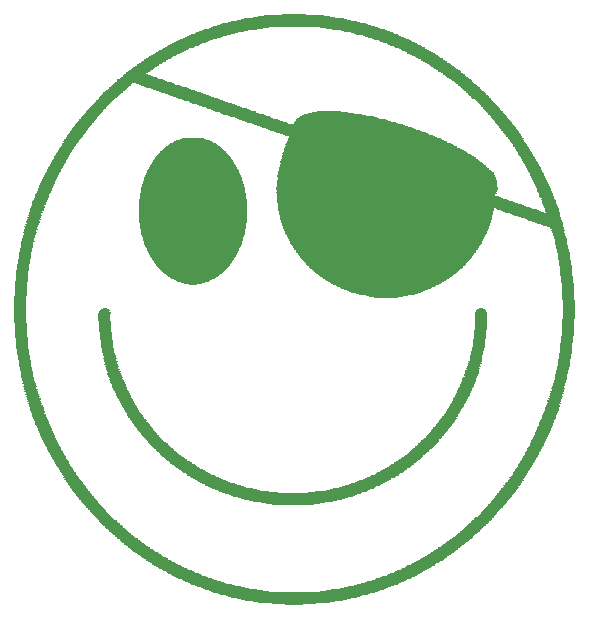
<source format=gto>
G04 EAGLE Gerber X2 export*
G75*
%MOMM*%
%FSLAX34Y34*%
%LPD*%
%AMOC8*
5,1,8,0,0,1.08239X$1,22.5*%
G01*
%ADD10R,1.598900X0.061500*%
%ADD11R,3.751500X0.061500*%
%ADD12R,4.981600X0.061500*%
%ADD13R,6.027100X0.061500*%
%ADD14R,6.887900X0.061500*%
%ADD15R,7.625900X0.061500*%
%ADD16R,8.363900X0.061500*%
%ADD17R,8.978900X0.061500*%
%ADD18R,9.594100X0.061500*%
%ADD19R,10.085900X0.061500*%
%ADD20R,10.639600X0.061500*%
%ADD21R,11.131400X0.061500*%
%ADD22R,11.561900X0.061500*%
%ADD23R,12.054100X0.061500*%
%ADD24R,12.546000X0.061500*%
%ADD25R,12.914900X0.061500*%
%ADD26R,13.345400X0.061500*%
%ADD27R,5.596500X0.061500*%
%ADD28R,5.535000X0.061500*%
%ADD29R,4.981500X0.061500*%
%ADD30R,4.612500X0.061500*%
%ADD31R,4.305000X0.061500*%
%ADD32R,4.366600X0.061500*%
%ADD33R,4.120500X0.061500*%
%ADD34R,3.874500X0.061500*%
%ADD35R,3.874400X0.061500*%
%ADD36R,3.751600X0.061500*%
%ADD37R,3.628600X0.061500*%
%ADD38R,3.628500X0.061500*%
%ADD39R,3.444000X0.061500*%
%ADD40R,3.443900X0.061500*%
%ADD41R,3.382500X0.061500*%
%ADD42R,3.259500X0.061500*%
%ADD43R,3.259400X0.061500*%
%ADD44R,3.198000X0.061500*%
%ADD45R,3.075100X0.061500*%
%ADD46R,3.136600X0.061500*%
%ADD47R,3.013500X0.061500*%
%ADD48R,2.951900X0.061500*%
%ADD49R,2.890500X0.061500*%
%ADD50R,2.890400X0.061500*%
%ADD51R,2.828900X0.061500*%
%ADD52R,2.829000X0.061500*%
%ADD53R,2.767500X0.061500*%
%ADD54R,2.767400X0.061500*%
%ADD55R,2.705900X0.061500*%
%ADD56R,2.706000X0.061500*%
%ADD57R,2.706100X0.061500*%
%ADD58R,2.644400X0.061500*%
%ADD59R,2.644600X0.061500*%
%ADD60R,2.583000X0.061500*%
%ADD61R,2.521500X0.061500*%
%ADD62R,2.460100X0.061500*%
%ADD63R,2.459900X0.061500*%
%ADD64R,2.398600X0.061500*%
%ADD65R,2.460000X0.061500*%
%ADD66R,2.398500X0.061500*%
%ADD67R,2.337100X0.061500*%
%ADD68R,2.337000X0.061500*%
%ADD69R,2.336900X0.061500*%
%ADD70R,2.275400X0.061500*%
%ADD71R,2.275500X0.061500*%
%ADD72R,2.275600X0.061500*%
%ADD73R,2.213900X0.061500*%
%ADD74R,2.214100X0.061500*%
%ADD75R,2.214000X0.061500*%
%ADD76R,2.152500X0.061500*%
%ADD77R,2.152400X0.061500*%
%ADD78R,2.152600X0.061500*%
%ADD79R,2.090900X0.061500*%
%ADD80R,2.091100X0.061500*%
%ADD81R,2.091000X0.061500*%
%ADD82R,2.029500X0.061500*%
%ADD83R,2.029400X0.061500*%
%ADD84R,1.968000X0.061500*%
%ADD85R,1.968100X0.061500*%
%ADD86R,1.967900X0.061500*%
%ADD87R,1.906500X0.061500*%
%ADD88R,1.906400X0.061500*%
%ADD89R,1.906600X0.061500*%
%ADD90R,1.845000X0.061500*%
%ADD91R,1.844900X0.061500*%
%ADD92R,1.783500X0.061500*%
%ADD93R,1.783400X0.061500*%
%ADD94R,1.783600X0.061500*%
%ADD95R,1.722000X0.061500*%
%ADD96R,1.722100X0.061500*%
%ADD97R,1.721900X0.061500*%
%ADD98R,1.660600X0.061500*%
%ADD99R,1.660500X0.061500*%
%ADD100R,1.660400X0.061500*%
%ADD101R,1.599000X0.061500*%
%ADD102R,1.599100X0.061500*%
%ADD103R,1.537500X0.061500*%
%ADD104R,1.537600X0.061500*%
%ADD105R,1.537400X0.061500*%
%ADD106R,1.476000X0.061500*%
%ADD107R,1.475900X0.061500*%
%ADD108R,1.476100X0.061500*%
%ADD109R,1.414400X0.061500*%
%ADD110R,1.414600X0.061500*%
%ADD111R,1.414500X0.061500*%
%ADD112R,1.353100X0.061500*%
%ADD113R,1.353000X0.061500*%
%ADD114R,1.352900X0.061500*%
%ADD115R,2.029600X0.061500*%
%ADD116R,3.505500X0.061500*%
%ADD117R,4.550900X0.061500*%
%ADD118R,5.412000X0.061500*%
%ADD119R,6.150100X0.061500*%
%ADD120R,1.291500X0.061500*%
%ADD121R,6.765000X0.061500*%
%ADD122R,7.379900X0.061500*%
%ADD123R,7.872000X0.061500*%
%ADD124R,8.364100X0.061500*%
%ADD125R,8.855900X0.061500*%
%ADD126R,9.286500X0.061500*%
%ADD127R,1.291600X0.061500*%
%ADD128R,9.717000X0.061500*%
%ADD129R,10.086100X0.061500*%
%ADD130R,10.455100X0.061500*%
%ADD131R,1.291400X0.061500*%
%ADD132R,10.824100X0.061500*%
%ADD133R,11.193100X0.061500*%
%ADD134R,11.562100X0.061500*%
%ADD135R,4.674000X0.061500*%
%ADD136R,4.612400X0.061500*%
%ADD137R,4.182000X0.061500*%
%ADD138R,3.812900X0.061500*%
%ADD139R,3.628400X0.061500*%
%ADD140R,3.505400X0.061500*%
%ADD141R,1.230100X0.061500*%
%ADD142R,3.320900X0.061500*%
%ADD143R,3.321100X0.061500*%
%ADD144R,3.197900X0.061500*%
%ADD145R,3.075000X0.061500*%
%ADD146R,2.952100X0.061500*%
%ADD147R,1.229900X0.061500*%
%ADD148R,2.829100X0.061500*%
%ADD149R,2.767600X0.061500*%
%ADD150R,1.230000X0.061500*%
%ADD151R,2.644500X0.061500*%
%ADD152R,2.582900X0.061500*%
%ADD153R,2.521600X0.061500*%
%ADD154R,2.398400X0.061500*%
%ADD155R,1.168400X0.061500*%
%ADD156R,1.168600X0.061500*%
%ADD157R,1.845100X0.061500*%
%ADD158R,1.168500X0.061500*%
%ADD159R,1.107000X0.061500*%
%ADD160R,1.106900X0.061500*%
%ADD161R,1.107100X0.061500*%
%ADD162R,1.045600X0.061500*%
%ADD163R,1.045400X0.061500*%
%ADD164R,1.045500X0.061500*%
%ADD165R,0.984000X0.061500*%
%ADD166R,0.983900X0.061500*%
%ADD167R,0.984100X0.061500*%
%ADD168R,0.922500X0.061500*%
%ADD169R,0.861000X0.061500*%
%ADD170R,0.860900X0.061500*%
%ADD171R,0.738100X0.061500*%
%ADD172R,0.738000X0.061500*%
%ADD173R,0.615000X0.061500*%
%ADD174R,0.369000X0.061500*%
%ADD175R,2.890600X0.061500*%
%ADD176R,3.567000X0.061500*%
%ADD177R,5.166100X0.061500*%
%ADD178R,5.965500X0.061500*%
%ADD179R,6.334500X0.061500*%
%ADD180R,6.580500X0.061500*%
%ADD181R,6.949500X0.061500*%
%ADD182R,7.195500X0.061500*%
%ADD183R,7.564500X0.061500*%
%ADD184R,7.810500X0.061500*%
%ADD185R,8.056500X0.061500*%
%ADD186R,8.302500X0.061500*%
%ADD187R,8.548500X0.061500*%
%ADD188R,8.794500X0.061500*%
%ADD189R,0.737900X0.061500*%
%ADD190R,9.040500X0.061500*%
%ADD191R,9.532400X0.061500*%
%ADD192R,9.655500X0.061500*%
%ADD193R,9.901400X0.061500*%
%ADD194R,2.952000X0.061500*%
%ADD195R,3.198100X0.061500*%
%ADD196R,10.270400X0.061500*%
%ADD197R,10.516500X0.061500*%
%ADD198R,3.690000X0.061500*%
%ADD199R,10.639400X0.061500*%
%ADD200R,3.874600X0.061500*%
%ADD201R,4.059000X0.061500*%
%ADD202R,11.008400X0.061500*%
%ADD203R,11.131600X0.061500*%
%ADD204R,4.428000X0.061500*%
%ADD205R,11.377400X0.061500*%
%ADD206R,4.551100X0.061500*%
%ADD207R,11.500600X0.061500*%
%ADD208R,4.735400X0.061500*%
%ADD209R,11.623500X0.061500*%
%ADD210R,4.920100X0.061500*%
%ADD211R,11.808000X0.061500*%
%ADD212R,5.042900X0.061500*%
%ADD213R,11.992600X0.061500*%
%ADD214R,5.166000X0.061500*%
%ADD215R,12.115400X0.061500*%
%ADD216R,5.289100X0.061500*%
%ADD217R,12.238600X0.061500*%
%ADD218R,5.411900X0.061500*%
%ADD219R,12.361600X0.061500*%
%ADD220R,5.534900X0.061500*%
%ADD221R,12.484400X0.061500*%
%ADD222R,5.658100X0.061500*%
%ADD223R,12.607600X0.061500*%
%ADD224R,5.781000X0.061500*%
%ADD225R,12.792000X0.061500*%
%ADD226R,5.903900X0.061500*%
%ADD227R,12.976600X0.061500*%
%ADD228R,13.099500X0.061500*%
%ADD229R,6.150000X0.061500*%
%ADD230R,13.222400X0.061500*%
%ADD231R,6.211500X0.061500*%
%ADD232R,13.345600X0.061500*%
%ADD233R,6.272900X0.061500*%
%ADD234R,13.468500X0.061500*%
%ADD235R,6.396100X0.061500*%
%ADD236R,13.530000X0.061500*%
%ADD237R,6.519000X0.061500*%
%ADD238R,13.653000X0.061500*%
%ADD239R,13.776000X0.061500*%
%ADD240R,6.641900X0.061500*%
%ADD241R,13.837500X0.061500*%
%ADD242R,6.765100X0.061500*%
%ADD243R,13.960500X0.061500*%
%ADD244R,6.826500X0.061500*%
%ADD245R,14.083500X0.061500*%
%ADD246R,6.888000X0.061500*%
%ADD247R,14.206500X0.061500*%
%ADD248R,7.010900X0.061500*%
%ADD249R,14.329500X0.061500*%
%ADD250R,7.072500X0.061500*%
%ADD251R,14.452500X0.061500*%
%ADD252R,7.134000X0.061500*%
%ADD253R,14.513900X0.061500*%
%ADD254R,7.257000X0.061500*%
%ADD255R,14.575500X0.061500*%
%ADD256R,14.698500X0.061500*%
%ADD257R,7.380000X0.061500*%
%ADD258R,14.821500X0.061500*%
%ADD259R,14.944500X0.061500*%
%ADD260R,7.503000X0.061500*%
%ADD261R,15.067500X0.061500*%
%ADD262R,7.626000X0.061500*%
%ADD263R,15.190500X0.061500*%
%ADD264R,7.687600X0.061500*%
%ADD265R,15.313500X0.061500*%
%ADD266R,7.749100X0.061500*%
%ADD267R,15.436500X0.061500*%
%ADD268R,15.559500X0.061500*%
%ADD269R,7.995000X0.061500*%
%ADD270R,15.682500X0.061500*%
%ADD271R,15.805500X0.061500*%
%ADD272R,8.056600X0.061500*%
%ADD273R,8.118100X0.061500*%
%ADD274R,15.928500X0.061500*%
%ADD275R,15.989900X0.061500*%
%ADD276R,8.241000X0.061500*%
%ADD277R,16.051500X0.061500*%
%ADD278R,16.174500X0.061500*%
%ADD279R,8.302400X0.061500*%
%ADD280R,8.364000X0.061500*%
%ADD281R,16.297500X0.061500*%
%ADD282R,8.425600X0.061500*%
%ADD283R,16.420500X0.061500*%
%ADD284R,8.487100X0.061500*%
%ADD285R,16.543500X0.061500*%
%ADD286R,16.605000X0.061500*%
%ADD287R,16.666500X0.061500*%
%ADD288R,8.609900X0.061500*%
%ADD289R,16.727900X0.061500*%
%ADD290R,16.789500X0.061500*%
%ADD291R,8.671400X0.061500*%
%ADD292R,8.733000X0.061500*%
%ADD293R,16.912500X0.061500*%
%ADD294R,17.035400X0.061500*%
%ADD295R,8.794600X0.061500*%
%ADD296R,17.158500X0.061500*%
%ADD297R,8.856100X0.061500*%
%ADD298R,17.220100X0.061500*%
%ADD299R,17.281500X0.061500*%
%ADD300R,8.917500X0.061500*%
%ADD301R,17.404400X0.061500*%
%ADD302R,17.527500X0.061500*%
%ADD303R,17.589100X0.061500*%
%ADD304R,9.040400X0.061500*%
%ADD305R,17.650500X0.061500*%
%ADD306R,9.101900X0.061500*%
%ADD307R,17.711900X0.061500*%
%ADD308R,17.773400X0.061500*%
%ADD309R,17.896600X0.061500*%
%ADD310R,3.259600X0.061500*%
%ADD311R,18.019500X0.061500*%
%ADD312R,3.444100X0.061500*%
%ADD313R,9.163500X0.061500*%
%ADD314R,3.935900X0.061500*%
%ADD315R,18.142400X0.061500*%
%ADD316R,3.997400X0.061500*%
%ADD317R,4.181900X0.061500*%
%ADD318R,3.074900X0.061500*%
%ADD319R,3.136500X0.061500*%
%ADD320R,9.225100X0.061500*%
%ADD321R,18.265600X0.061500*%
%ADD322R,21.279100X0.061500*%
%ADD323R,21.217500X0.061500*%
%ADD324R,21.033000X0.061500*%
%ADD325R,20.848500X0.061500*%
%ADD326R,20.664000X0.061500*%
%ADD327R,20.479500X0.061500*%
%ADD328R,20.295000X0.061500*%
%ADD329R,20.110500X0.061500*%
%ADD330R,19.987400X0.061500*%
%ADD331R,19.864500X0.061500*%
%ADD332R,19.680000X0.061500*%
%ADD333R,19.495500X0.061500*%
%ADD334R,19.311000X0.061500*%
%ADD335R,19.126500X0.061500*%
%ADD336R,18.942000X0.061500*%
%ADD337R,18.757500X0.061500*%
%ADD338R,18.573000X0.061500*%
%ADD339R,18.511400X0.061500*%
%ADD340R,18.634600X0.061500*%
%ADD341R,18.696000X0.061500*%
%ADD342R,18.695900X0.061500*%
%ADD343R,18.634400X0.061500*%
%ADD344R,18.511600X0.061500*%
%ADD345R,18.450000X0.061500*%
%ADD346R,8.179600X0.061500*%
%ADD347R,18.388500X0.061500*%
%ADD348R,18.327100X0.061500*%
%ADD349R,7.933400X0.061500*%
%ADD350R,18.204000X0.061500*%
%ADD351R,18.142500X0.061500*%
%ADD352R,18.081100X0.061500*%
%ADD353R,17.957900X0.061500*%
%ADD354R,17.835000X0.061500*%
%ADD355R,7.318600X0.061500*%
%ADD356R,17.466000X0.061500*%
%ADD357R,17.404600X0.061500*%
%ADD358R,7.195400X0.061500*%
%ADD359R,17.343000X0.061500*%
%ADD360R,17.097000X0.061500*%
%ADD361R,17.035500X0.061500*%
%ADD362R,16.974100X0.061500*%
%ADD363R,6.703500X0.061500*%
%ADD364R,16.728000X0.061500*%
%ADD365R,16.666400X0.061500*%
%ADD366R,16.604900X0.061500*%
%ADD367R,6.457500X0.061500*%
%ADD368R,16.481900X0.061500*%
%ADD369R,16.359000X0.061500*%
%ADD370R,16.236000X0.061500*%
%ADD371R,15.928400X0.061500*%
%ADD372R,5.842500X0.061500*%
%ADD373R,15.805400X0.061500*%
%ADD374R,15.313400X0.061500*%
%ADD375R,15.190600X0.061500*%
%ADD376R,5.104400X0.061500*%
%ADD377R,14.944600X0.061500*%
%ADD378R,4.797000X0.061500*%
%ADD379R,14.760000X0.061500*%
%ADD380R,4.673900X0.061500*%
%ADD381R,14.636900X0.061500*%
%ADD382R,14.514000X0.061500*%
%ADD383R,4.366400X0.061500*%
%ADD384R,14.390900X0.061500*%
%ADD385R,4.182100X0.061500*%
%ADD386R,14.268000X0.061500*%
%ADD387R,14.144900X0.061500*%
%ADD388R,3.813100X0.061500*%
%ADD389R,13.837600X0.061500*%
%ADD390R,3.382600X0.061500*%
%ADD391R,13.591500X0.061500*%
%ADD392R,13.468400X0.061500*%
%ADD393R,13.284000X0.061500*%
%ADD394R,13.161100X0.061500*%
%ADD395R,13.038000X0.061500*%
%ADD396R,12.853500X0.061500*%
%ADD397R,12.669000X0.061500*%
%ADD398R,12.484500X0.061500*%
%ADD399R,12.423000X0.061500*%
%ADD400R,12.361400X0.061500*%
%ADD401R,12.422900X0.061500*%
%ADD402R,12.484600X0.061500*%
%ADD403R,12.546100X0.061500*%
%ADD404R,9.348100X0.061500*%
%ADD405R,9.102000X0.061500*%
%ADD406R,3.136400X0.061500*%
%ADD407R,8.610000X0.061500*%
%ADD408R,8.425500X0.061500*%
%ADD409R,7.810400X0.061500*%
%ADD410R,7.564400X0.061500*%
%ADD411R,7.257100X0.061500*%
%ADD412R,6.580600X0.061500*%
%ADD413R,6.273000X0.061500*%
%ADD414R,5.842600X0.061500*%
%ADD415R,4.427900X0.061500*%
%ADD416R,3.813000X0.061500*%
%ADD417R,4.551000X0.061500*%
%ADD418R,4.059100X0.061500*%
%ADD419R,3.567100X0.061500*%
%ADD420R,3.689900X0.061500*%
%ADD421R,4.920000X0.061500*%
%ADD422R,5.473400X0.061500*%
%ADD423R,5.473600X0.061500*%
%ADD424R,13.406900X0.061500*%
%ADD425R,13.037900X0.061500*%
%ADD426R,12.177000X0.061500*%
%ADD427R,11.685100X0.061500*%
%ADD428R,11.192900X0.061500*%
%ADD429R,10.701000X0.061500*%
%ADD430R,10.209100X0.061500*%
%ADD431R,7.011100X0.061500*%
%ADD432R,6.149900X0.061500*%
%ADD433R,3.936000X0.061500*%


D10*
X237083Y0D03*
D11*
X236775Y615D03*
D12*
X236775Y1230D03*
D13*
X237083Y1845D03*
D14*
X237083Y2460D03*
D15*
X237083Y3075D03*
D16*
X237083Y3690D03*
D17*
X237083Y4305D03*
D18*
X237083Y4920D03*
D19*
X237083Y5535D03*
D20*
X236775Y6150D03*
D21*
X236775Y6765D03*
D22*
X237083Y7380D03*
D23*
X237083Y7995D03*
D24*
X237082Y8610D03*
D25*
X237083Y9225D03*
D26*
X236775Y9840D03*
D27*
X196186Y10455D03*
D28*
X277672Y10455D03*
D29*
X191265Y11070D03*
X282901Y11070D03*
D30*
X187575Y11685D03*
X286591Y11685D03*
D31*
X184192Y12300D03*
D32*
X289665Y12300D03*
D33*
X181425Y12915D03*
X292741Y12915D03*
D34*
X178965Y13530D03*
D35*
X295200Y13530D03*
D36*
X176505Y14145D03*
D11*
X297660Y14145D03*
D37*
X174045Y14760D03*
D38*
X300120Y14760D03*
D39*
X171892Y15375D03*
D40*
X302273Y15375D03*
D41*
X169741Y15990D03*
X304425Y15990D03*
D42*
X167895Y16605D03*
D43*
X306270Y16605D03*
D44*
X165742Y17220D03*
X308422Y17220D03*
D45*
X163898Y17835D03*
D46*
X309960Y17835D03*
D45*
X162053Y18450D03*
D47*
X311805Y18450D03*
D48*
X160208Y19065D03*
D47*
X313650Y19065D03*
D49*
X158670Y19680D03*
D50*
X315495Y19680D03*
D51*
X157133Y20295D03*
D52*
X317033Y20295D03*
D53*
X155595Y20910D03*
D54*
X318570Y20910D03*
D53*
X153750Y21525D03*
D55*
X320108Y21525D03*
D56*
X152212Y22140D03*
D57*
X321953Y22140D03*
D58*
X150675Y22755D03*
D59*
X323490Y22755D03*
D60*
X149137Y23370D03*
D58*
X324720Y23370D03*
D60*
X147907Y23985D03*
X326258Y23985D03*
D61*
X146371Y24600D03*
X327796Y24600D03*
X145140Y25215D03*
D62*
X328718Y25215D03*
D63*
X143603Y25830D03*
D64*
X330255Y25830D03*
D65*
X142372Y26445D03*
D66*
X331485Y26445D03*
D64*
X140835Y27060D03*
D67*
X333023Y27060D03*
D68*
X139912Y27675D03*
D67*
X334253Y27675D03*
D68*
X138682Y28290D03*
D69*
X335483Y28290D03*
D70*
X137145Y28905D03*
D71*
X337021Y28905D03*
D72*
X135915Y29520D03*
D71*
X338250Y29520D03*
D73*
X134993Y30135D03*
D74*
X339173Y30135D03*
D75*
X133762Y30750D03*
D73*
X340403Y30750D03*
D75*
X132533Y31365D03*
X341632Y31365D03*
X131302Y31980D03*
D76*
X342555Y31980D03*
X130381Y32595D03*
D77*
X343785Y32595D03*
D76*
X129150Y33210D03*
D78*
X345015Y33210D03*
D76*
X127920Y33825D03*
D79*
X345938Y33825D03*
D80*
X126998Y34440D03*
D81*
X347168Y34440D03*
D79*
X125768Y35055D03*
D81*
X348397Y35055D03*
D82*
X124845Y35670D03*
X349321Y35670D03*
X123616Y36285D03*
D83*
X350550Y36285D03*
D84*
X122692Y36900D03*
D85*
X351473Y36900D03*
D84*
X121463Y37515D03*
D86*
X352703Y37515D03*
D87*
X120540Y38130D03*
D85*
X353318Y38130D03*
D84*
X119618Y38745D03*
D86*
X354548Y38745D03*
D87*
X118695Y39360D03*
X355471Y39360D03*
D88*
X117465Y39975D03*
D86*
X356393Y39975D03*
D87*
X116850Y40590D03*
D89*
X357315Y40590D03*
D88*
X115620Y41205D03*
D87*
X358545Y41205D03*
D90*
X114698Y41820D03*
X359468Y41820D03*
D87*
X113776Y42435D03*
X360390Y42435D03*
D91*
X112853Y43050D03*
D90*
X361313Y43050D03*
D92*
X111930Y43665D03*
D90*
X361927Y43665D03*
D91*
X111008Y44280D03*
D90*
X363158Y44280D03*
D92*
X110085Y44895D03*
X364080Y44895D03*
D91*
X109163Y45510D03*
D93*
X364695Y45510D03*
D92*
X108240Y46125D03*
D94*
X365925Y46125D03*
D92*
X107625Y46740D03*
D93*
X366540Y46740D03*
D95*
X106703Y47355D03*
D96*
X367463Y47355D03*
D92*
X105780Y47970D03*
D93*
X368385Y47970D03*
D95*
X104858Y48585D03*
D96*
X369308Y48585D03*
D97*
X104243Y49200D03*
D95*
X369923Y49200D03*
X103013Y49815D03*
X370537Y49815D03*
D97*
X102398Y50430D03*
D95*
X371768Y50430D03*
D98*
X101475Y51045D03*
D95*
X372382Y51045D03*
D99*
X100860Y51660D03*
X373306Y51660D03*
D95*
X99937Y52275D03*
X374227Y52275D03*
D99*
X99015Y52890D03*
D96*
X374843Y52890D03*
D100*
X98400Y53505D03*
D98*
X375765Y53505D03*
X97785Y54120D03*
D99*
X376380Y54120D03*
D101*
X96862Y54735D03*
D100*
X376995Y54735D03*
D98*
X95940Y55350D03*
D102*
X377918Y55350D03*
D98*
X95325Y55965D03*
D100*
X378840Y55965D03*
D10*
X94403Y56580D03*
D98*
X379455Y56580D03*
D101*
X93788Y57195D03*
D10*
X380378Y57195D03*
D101*
X93172Y57810D03*
X380992Y57810D03*
D10*
X92558Y58425D03*
D102*
X381608Y58425D03*
D101*
X91327Y59040D03*
D10*
X382223Y59040D03*
D101*
X90712Y59655D03*
D103*
X383145Y59655D03*
D101*
X90098Y60270D03*
D10*
X384068Y60270D03*
D101*
X89482Y60885D03*
D10*
X384683Y60885D03*
D104*
X88560Y61500D03*
D102*
X385298Y61500D03*
D103*
X87946Y62115D03*
D105*
X386220Y62115D03*
D103*
X87330Y62730D03*
X386835Y62730D03*
X86716Y63345D03*
X387451Y63345D03*
D104*
X86100Y63960D03*
D105*
X388065Y63960D03*
D103*
X85485Y64575D03*
X388680Y64575D03*
D106*
X84563Y65190D03*
D103*
X389296Y65190D03*
D106*
X83947Y65805D03*
X390217Y65805D03*
D107*
X83333Y66420D03*
X390833Y66420D03*
D108*
X82718Y67035D03*
D106*
X391448Y67035D03*
X82102Y67650D03*
X392062Y67650D03*
D107*
X81488Y68265D03*
D106*
X392677Y68265D03*
D108*
X80873Y68880D03*
D106*
X393293Y68880D03*
X80257Y69495D03*
X393907Y69495D03*
D107*
X79643Y70110D03*
D106*
X394522Y70110D03*
D108*
X79028Y70725D03*
D106*
X395138Y70725D03*
D109*
X78105Y71340D03*
D106*
X395752Y71340D03*
D110*
X77490Y71955D03*
D106*
X396367Y71955D03*
D110*
X76875Y72570D03*
D106*
X396983Y72570D03*
D109*
X76260Y73185D03*
D106*
X397597Y73185D03*
D111*
X75645Y73800D03*
D106*
X398212Y73800D03*
D110*
X75030Y74415D03*
X399135Y74415D03*
D109*
X74415Y75030D03*
D111*
X399750Y75030D03*
X73800Y75645D03*
D109*
X400365Y75645D03*
D111*
X73186Y76260D03*
D110*
X400980Y76260D03*
D111*
X72570Y76875D03*
X401595Y76875D03*
D110*
X71955Y77490D03*
D109*
X402210Y77490D03*
X71340Y78105D03*
X402210Y78105D03*
D111*
X70725Y78720D03*
D110*
X402825Y78720D03*
D112*
X70418Y79335D03*
D111*
X403440Y79335D03*
D113*
X69802Y79950D03*
D109*
X404055Y79950D03*
D113*
X69188Y80565D03*
D110*
X404670Y80565D03*
X68880Y81180D03*
D111*
X405285Y81180D03*
D109*
X68265Y81795D03*
X405900Y81795D03*
D111*
X67650Y82410D03*
D110*
X406515Y82410D03*
X67035Y83025D03*
D112*
X406823Y83025D03*
D113*
X66727Y83640D03*
X407438Y83640D03*
D114*
X66113Y84255D03*
D115*
X235545Y84255D03*
D113*
X408052Y84255D03*
D112*
X65498Y84870D03*
D116*
X235545Y84870D03*
D112*
X408668Y84870D03*
D113*
X64882Y85485D03*
D117*
X235853Y85485D03*
D113*
X409283Y85485D03*
X64268Y86100D03*
D118*
X235852Y86100D03*
D113*
X409897Y86100D03*
X63652Y86715D03*
D119*
X235853Y86715D03*
D113*
X409897Y86715D03*
D120*
X63345Y87330D03*
D121*
X235852Y87330D03*
D112*
X410513Y87330D03*
D114*
X63038Y87945D03*
D122*
X235853Y87945D03*
D113*
X411128Y87945D03*
D112*
X62423Y88560D03*
D123*
X235852Y88560D03*
D113*
X411742Y88560D03*
X61807Y89175D03*
D124*
X235853Y89175D03*
D112*
X412358Y89175D03*
D114*
X61193Y89790D03*
D125*
X235853Y89790D03*
D120*
X412666Y89790D03*
X60886Y90405D03*
D126*
X235545Y90405D03*
D127*
X413280Y90405D03*
D120*
X60270Y91020D03*
D128*
X235852Y91020D03*
D113*
X413587Y91020D03*
D127*
X59655Y91635D03*
D129*
X235853Y91635D03*
D112*
X414203Y91635D03*
D113*
X59348Y92250D03*
D130*
X235853Y92250D03*
D113*
X414818Y92250D03*
D131*
X59040Y92865D03*
D132*
X235853Y92865D03*
D127*
X415125Y92865D03*
D120*
X58425Y93480D03*
D133*
X235853Y93480D03*
D120*
X415740Y93480D03*
X57811Y94095D03*
D134*
X235853Y94095D03*
D120*
X416356Y94095D03*
X57195Y94710D03*
D135*
X199567Y94710D03*
D136*
X271830Y94710D03*
D113*
X416663Y94710D03*
X56887Y95325D03*
D33*
X195570Y95325D03*
D137*
X275827Y95325D03*
D127*
X416970Y95325D03*
D120*
X56580Y95940D03*
D34*
X192495Y95940D03*
D138*
X278903Y95940D03*
D120*
X417585Y95940D03*
X55966Y96555D03*
D38*
X190036Y96555D03*
D139*
X281670Y96555D03*
D131*
X418200Y96555D03*
D120*
X55350Y97170D03*
D140*
X187575Y97170D03*
D39*
X283823Y97170D03*
D127*
X418815Y97170D03*
D141*
X55043Y97785D03*
D142*
X185423Y97785D03*
D143*
X286283Y97785D03*
D127*
X418815Y97785D03*
X54735Y98400D03*
D44*
X183577Y98400D03*
D144*
X288128Y98400D03*
D120*
X419430Y98400D03*
D131*
X54120Y99015D03*
D145*
X181117Y99015D03*
X289972Y99015D03*
D131*
X420045Y99015D03*
D120*
X53505Y99630D03*
D47*
X179580Y99630D03*
D146*
X291818Y99630D03*
D147*
X420353Y99630D03*
D141*
X53198Y100245D03*
D49*
X177736Y100245D03*
D50*
X293970Y100245D03*
D120*
X420661Y100245D03*
X52891Y100860D03*
D148*
X176198Y100860D03*
D52*
X295508Y100860D03*
D120*
X421275Y100860D03*
X52275Y101475D03*
D149*
X174660Y101475D03*
D54*
X297045Y101475D03*
D131*
X421890Y101475D03*
D150*
X51967Y102090D03*
D151*
X172815Y102090D03*
D55*
X298583Y102090D03*
D147*
X422198Y102090D03*
D141*
X51353Y102705D03*
D60*
X171277Y102705D03*
D152*
X299813Y102705D03*
D120*
X422506Y102705D03*
X51046Y103320D03*
D60*
X170048Y103320D03*
D61*
X301350Y103320D03*
D120*
X423120Y103320D03*
X50430Y103935D03*
D153*
X168510Y103935D03*
D62*
X302888Y103935D03*
D147*
X423428Y103935D03*
D141*
X50123Y104550D03*
D66*
X167281Y104550D03*
D63*
X304118Y104550D03*
D147*
X424043Y104550D03*
D150*
X49507Y105165D03*
D66*
X166050Y105165D03*
D154*
X305655Y105165D03*
D120*
X424351Y105165D03*
D131*
X49200Y105780D03*
D69*
X164513Y105780D03*
D68*
X307193Y105780D03*
D141*
X424658Y105780D03*
D147*
X48893Y106395D03*
D68*
X163282Y106395D03*
D71*
X308115Y106395D03*
D147*
X425273Y106395D03*
D141*
X48278Y107010D03*
D73*
X162053Y107010D03*
D71*
X309345Y107010D03*
D131*
X425580Y107010D03*
D120*
X47971Y107625D03*
D74*
X160823Y107625D03*
X310883Y107625D03*
D147*
X425888Y107625D03*
X47663Y108240D03*
D74*
X159593Y108240D03*
D77*
X311805Y108240D03*
D141*
X426503Y108240D03*
D150*
X47047Y108855D03*
D76*
X158670Y108855D03*
D78*
X313035Y108855D03*
D147*
X427118Y108855D03*
D150*
X47047Y109470D03*
D78*
X157440Y109470D03*
D76*
X314265Y109470D03*
D147*
X427118Y109470D03*
D141*
X46433Y110085D03*
D80*
X156518Y110085D03*
D81*
X315188Y110085D03*
D147*
X427733Y110085D03*
D150*
X45817Y110700D03*
D81*
X155287Y110700D03*
D79*
X316418Y110700D03*
D141*
X428348Y110700D03*
D150*
X45817Y111315D03*
D79*
X154058Y111315D03*
D115*
X317340Y111315D03*
D141*
X428348Y111315D03*
D150*
X45203Y111930D03*
D82*
X153136Y111930D03*
X318570Y111930D03*
D147*
X428963Y111930D03*
X44588Y112545D03*
D82*
X151905Y112545D03*
D84*
X319493Y112545D03*
D155*
X429270Y112545D03*
D147*
X44588Y113160D03*
D86*
X150983Y113160D03*
D84*
X320722Y113160D03*
D147*
X429578Y113160D03*
D150*
X43972Y113775D03*
D84*
X149752Y113775D03*
D89*
X321645Y113775D03*
D141*
X430193Y113775D03*
X43358Y114390D03*
D88*
X148830Y114390D03*
D84*
X322567Y114390D03*
D156*
X430500Y114390D03*
D141*
X43358Y115005D03*
D87*
X148215Y115005D03*
D89*
X323490Y115005D03*
D150*
X430807Y115005D03*
D147*
X42743Y115620D03*
D88*
X146985Y115620D03*
D91*
X324413Y115620D03*
D147*
X431423Y115620D03*
D155*
X42435Y116235D03*
D157*
X146063Y116235D03*
X325643Y116235D03*
D147*
X431423Y116235D03*
X42128Y116850D03*
D90*
X145447Y116850D03*
X326258Y116850D03*
D141*
X432038Y116850D03*
X41513Y117465D03*
D157*
X144218Y117465D03*
D92*
X327180Y117465D03*
D156*
X432345Y117465D03*
D158*
X41205Y118080D03*
D92*
X143295Y118080D03*
D90*
X328103Y118080D03*
D150*
X432652Y118080D03*
X40897Y118695D03*
D93*
X142680Y118695D03*
X329025Y118695D03*
D147*
X433268Y118695D03*
D156*
X40590Y119310D03*
D92*
X141450Y119310D03*
D96*
X329948Y119310D03*
D158*
X433575Y119310D03*
D150*
X40283Y119925D03*
D92*
X140835Y119925D03*
D93*
X330870Y119925D03*
D141*
X433883Y119925D03*
D155*
X39975Y120540D03*
D97*
X139913Y120540D03*
D96*
X331793Y120540D03*
D156*
X434190Y120540D03*
D155*
X39360Y121155D03*
D95*
X139297Y121155D03*
X332408Y121155D03*
D150*
X434497Y121155D03*
X39052Y121770D03*
D97*
X138068Y121770D03*
D99*
X333330Y121770D03*
D155*
X434805Y121770D03*
D156*
X38745Y122385D03*
D95*
X137452Y122385D03*
X334253Y122385D03*
D158*
X435420Y122385D03*
D141*
X38438Y123000D03*
D99*
X136530Y123000D03*
D95*
X334867Y123000D03*
D141*
X435728Y123000D03*
D158*
X38130Y123615D03*
D100*
X135915Y123615D03*
D99*
X335791Y123615D03*
D156*
X436035Y123615D03*
D155*
X37515Y124230D03*
D98*
X135300Y124230D03*
X336405Y124230D03*
D150*
X436342Y124230D03*
D155*
X37515Y124845D03*
D101*
X134377Y124845D03*
D10*
X337328Y124845D03*
D155*
X436650Y124845D03*
D158*
X36901Y125460D03*
D99*
X133455Y125460D03*
D102*
X337943Y125460D03*
D158*
X437265Y125460D03*
D141*
X36593Y126075D03*
D98*
X132840Y126075D03*
D102*
X338558Y126075D03*
D158*
X437265Y126075D03*
X36285Y126690D03*
D10*
X131918Y126690D03*
D101*
X339787Y126690D03*
D156*
X437880Y126690D03*
D150*
X35977Y127305D03*
D101*
X131303Y127305D03*
D102*
X340403Y127305D03*
D156*
X437880Y127305D03*
X35670Y127920D03*
D101*
X130687Y127920D03*
D10*
X341018Y127920D03*
D155*
X438495Y127920D03*
X35055Y128535D03*
D104*
X129765Y128535D03*
D101*
X341632Y128535D03*
D155*
X438495Y128535D03*
X35055Y129150D03*
D105*
X129150Y129150D03*
D103*
X342556Y129150D03*
D158*
X439110Y129150D03*
D155*
X34440Y129765D03*
D103*
X128535Y129765D03*
D105*
X343170Y129765D03*
D159*
X439417Y129765D03*
D155*
X34440Y130380D03*
D104*
X127920Y130380D03*
D103*
X343785Y130380D03*
D156*
X439725Y130380D03*
D158*
X33825Y130995D03*
D105*
X127305Y130995D03*
D103*
X344401Y130995D03*
D155*
X440340Y130995D03*
D158*
X33825Y131610D03*
D108*
X126383Y131610D03*
D105*
X345015Y131610D03*
D155*
X440340Y131610D03*
D156*
X33210Y132225D03*
D108*
X125768Y132225D03*
D103*
X345630Y132225D03*
D158*
X440955Y132225D03*
D156*
X33210Y132840D03*
D107*
X125153Y132840D03*
D106*
X346553Y132840D03*
D158*
X440955Y132840D03*
X32596Y133455D03*
D106*
X124537Y133455D03*
X347167Y133455D03*
D156*
X441570Y133455D03*
D158*
X32596Y134070D03*
D108*
X123923Y134070D03*
D107*
X347783Y134070D03*
D156*
X441570Y134070D03*
D155*
X31980Y134685D03*
D107*
X123308Y134685D03*
D106*
X348398Y134685D03*
D155*
X442185Y134685D03*
D160*
X31673Y135300D03*
D107*
X122693Y135300D03*
D106*
X349012Y135300D03*
D155*
X442185Y135300D03*
D158*
X31365Y135915D03*
D108*
X122078Y135915D03*
D107*
X349628Y135915D03*
D158*
X442800Y135915D03*
D161*
X31058Y136530D03*
D107*
X121463Y136530D03*
D106*
X350243Y136530D03*
D158*
X442800Y136530D03*
D156*
X30750Y137145D03*
D107*
X120848Y137145D03*
D106*
X350857Y137145D03*
D159*
X443107Y137145D03*
D161*
X30443Y137760D03*
D111*
X119925Y137760D03*
D107*
X351473Y137760D03*
D156*
X443415Y137760D03*
D158*
X30136Y138375D03*
D111*
X119310Y138375D03*
D106*
X352088Y138375D03*
D159*
X443723Y138375D03*
D160*
X29828Y138990D03*
D111*
X118696Y138990D03*
D110*
X352395Y138990D03*
D155*
X444030Y138990D03*
X29520Y139605D03*
D111*
X118080Y139605D03*
D109*
X353010Y139605D03*
D159*
X444337Y139605D03*
D160*
X29213Y140220D03*
D111*
X117465Y140220D03*
D109*
X353625Y140220D03*
D158*
X444645Y140220D03*
D160*
X29213Y140835D03*
D112*
X117158Y140835D03*
D110*
X354240Y140835D03*
D159*
X444952Y140835D03*
D161*
X28598Y141450D03*
D113*
X116543Y141450D03*
D111*
X354855Y141450D03*
D156*
X445260Y141450D03*
D161*
X28598Y142065D03*
D113*
X115927Y142065D03*
D109*
X355470Y142065D03*
D159*
X445568Y142065D03*
D156*
X28290Y142680D03*
D113*
X115312Y142680D03*
D110*
X356085Y142680D03*
D155*
X445875Y142680D03*
D161*
X27983Y143295D03*
D109*
X115005Y143295D03*
D111*
X356700Y143295D03*
D159*
X446182Y143295D03*
D158*
X27676Y143910D03*
D110*
X114390Y143910D03*
D114*
X357008Y143910D03*
D158*
X446490Y143910D03*
D160*
X27368Y144525D03*
D113*
X114082Y144525D03*
X357622Y144525D03*
D159*
X446797Y144525D03*
D155*
X27060Y145140D03*
D113*
X113467Y145140D03*
D112*
X358238Y145140D03*
D159*
X446797Y145140D03*
D160*
X26753Y145755D03*
D113*
X112853Y145755D03*
D114*
X358853Y145755D03*
D159*
X447413Y145755D03*
D160*
X26753Y146370D03*
D114*
X112238Y146370D03*
D113*
X359467Y146370D03*
D159*
X447413Y146370D03*
D161*
X26138Y146985D03*
D113*
X111622Y146985D03*
D120*
X359775Y146985D03*
D158*
X447721Y146985D03*
D161*
X26138Y147600D03*
D127*
X111315Y147600D03*
D112*
X360083Y147600D03*
D161*
X448028Y147600D03*
D159*
X25523Y148215D03*
D131*
X110700Y148215D03*
D114*
X360698Y148215D03*
D158*
X448335Y148215D03*
D159*
X25523Y148830D03*
D114*
X110393Y148830D03*
D113*
X361312Y148830D03*
D159*
X448642Y148830D03*
D156*
X25215Y149445D03*
D113*
X109777Y149445D03*
D120*
X361620Y149445D03*
D159*
X448642Y149445D03*
X24907Y150060D03*
D127*
X109470Y150060D03*
D120*
X362236Y150060D03*
D159*
X449258Y150060D03*
X24907Y150675D03*
D127*
X108855Y150675D03*
D120*
X362850Y150675D03*
D159*
X449258Y150675D03*
D160*
X24293Y151290D03*
D131*
X108240Y151290D03*
D120*
X363465Y151290D03*
D161*
X449873Y151290D03*
D160*
X24293Y151905D03*
D127*
X107625Y151905D03*
D120*
X363465Y151905D03*
D161*
X449873Y151905D03*
X23678Y152520D03*
D127*
X107625Y152520D03*
D120*
X364081Y152520D03*
D161*
X449873Y152520D03*
X23678Y153135D03*
D127*
X107010Y153135D03*
D120*
X364695Y153135D03*
D159*
X450487Y153135D03*
D161*
X23678Y153750D03*
D131*
X106395Y153750D03*
D120*
X365310Y153750D03*
D159*
X450487Y153750D03*
X23063Y154365D03*
D147*
X106088Y154365D03*
D120*
X365310Y154365D03*
D159*
X451103Y154365D03*
X23063Y154980D03*
D141*
X105473Y154980D03*
D120*
X365926Y154980D03*
D159*
X451103Y154980D03*
X22447Y155595D03*
D127*
X105165Y155595D03*
D120*
X366540Y155595D03*
D159*
X451103Y155595D03*
X22447Y156210D03*
D131*
X104550Y156210D03*
D150*
X366847Y156210D03*
D161*
X451718Y156210D03*
D159*
X22447Y156825D03*
D147*
X104243Y156825D03*
D120*
X367155Y156825D03*
D161*
X451718Y156825D03*
D160*
X21833Y157440D03*
D141*
X103628Y157440D03*
D120*
X367771Y157440D03*
D159*
X452332Y157440D03*
D160*
X21833Y158055D03*
D127*
X103320Y158055D03*
D141*
X368078Y158055D03*
D159*
X452332Y158055D03*
D161*
X21218Y158670D03*
D150*
X103012Y158670D03*
D141*
X368693Y158670D03*
D159*
X452332Y158670D03*
D161*
X21218Y159285D03*
D147*
X102398Y159285D03*
D120*
X369000Y159285D03*
D159*
X452948Y159285D03*
D161*
X21218Y159900D03*
D131*
X102090Y159900D03*
D147*
X369308Y159900D03*
D159*
X452948Y159900D03*
X20603Y160515D03*
D150*
X101783Y160515D03*
D141*
X369923Y160515D03*
D162*
X453255Y160515D03*
D159*
X20603Y161130D03*
D150*
X101167Y161130D03*
D141*
X369923Y161130D03*
D161*
X453563Y161130D03*
D163*
X20295Y161745D03*
D150*
X101167Y161745D03*
D141*
X370538Y161745D03*
D161*
X453563Y161745D03*
D159*
X19987Y162360D03*
D147*
X100553Y162360D03*
X371153Y162360D03*
D159*
X454177Y162360D03*
X19987Y162975D03*
D150*
X99938Y162975D03*
D147*
X371153Y162975D03*
D159*
X454177Y162975D03*
D164*
X19680Y163590D03*
D150*
X99938Y163590D03*
D141*
X371768Y163590D03*
D159*
X454177Y163590D03*
D160*
X19373Y164205D03*
D141*
X99323Y164205D03*
D156*
X372075Y164205D03*
D159*
X454793Y164205D03*
D160*
X19373Y164820D03*
D158*
X99015Y164820D03*
D141*
X372383Y164820D03*
D159*
X454793Y164820D03*
D164*
X19066Y165435D03*
D150*
X98707Y165435D03*
D147*
X372998Y165435D03*
D162*
X455100Y165435D03*
D161*
X18758Y166050D03*
D156*
X98400Y166050D03*
D158*
X373305Y166050D03*
D161*
X455408Y166050D03*
X18758Y166665D03*
D158*
X97786Y166665D03*
D141*
X373613Y166665D03*
D161*
X455408Y166665D03*
D162*
X18450Y167280D03*
D141*
X97478Y167280D03*
D156*
X373920Y167280D03*
D162*
X455715Y167280D03*
D159*
X18143Y167895D03*
D158*
X97170Y167895D03*
X374536Y167895D03*
D159*
X456022Y167895D03*
X18143Y168510D03*
D150*
X96862Y168510D03*
D147*
X374843Y168510D03*
D159*
X456022Y168510D03*
D163*
X17835Y169125D03*
D158*
X96555Y169125D03*
X375150Y169125D03*
D163*
X456330Y169125D03*
D159*
X17527Y169740D03*
D158*
X95941Y169740D03*
D141*
X375458Y169740D03*
D160*
X456638Y169740D03*
D164*
X17220Y170355D03*
D158*
X95941Y170355D03*
D156*
X375765Y170355D03*
D160*
X456638Y170355D03*
D164*
X17220Y170970D03*
D158*
X95325Y170970D03*
X376381Y170970D03*
D164*
X456945Y170970D03*
D160*
X16913Y171585D03*
D158*
X95325Y171585D03*
X376381Y171585D03*
D161*
X457253Y171585D03*
D164*
X16606Y172200D03*
D158*
X94710Y172200D03*
X376995Y172200D03*
D161*
X457253Y172200D03*
D164*
X16606Y172815D03*
D161*
X94403Y172815D03*
D158*
X376995Y172815D03*
D162*
X457560Y172815D03*
D161*
X16298Y173430D03*
D158*
X94096Y173430D03*
D156*
X377610Y173430D03*
D162*
X457560Y173430D03*
D161*
X16298Y174045D03*
D160*
X93788Y174045D03*
D156*
X377610Y174045D03*
D159*
X457867Y174045D03*
D162*
X15990Y174660D03*
D158*
X93480Y174660D03*
X378226Y174660D03*
D163*
X458175Y174660D03*
D162*
X15990Y175275D03*
D159*
X93172Y175275D03*
D158*
X378226Y175275D03*
D163*
X458175Y175275D03*
D159*
X15683Y175890D03*
D158*
X92865Y175890D03*
X378840Y175890D03*
D160*
X458483Y175890D03*
D163*
X15375Y176505D03*
D161*
X92558Y176505D03*
D158*
X378840Y176505D03*
D163*
X458790Y176505D03*
X15375Y177120D03*
D158*
X92251Y177120D03*
X379455Y177120D03*
D163*
X458790Y177120D03*
D159*
X15067Y177735D03*
D160*
X91943Y177735D03*
X379763Y177735D03*
D163*
X458790Y177735D03*
D162*
X14760Y178350D03*
D155*
X91635Y178350D03*
D158*
X380071Y178350D03*
D159*
X459098Y178350D03*
D162*
X14760Y178965D03*
D160*
X91328Y178965D03*
D159*
X380378Y178965D03*
D162*
X459405Y178965D03*
X14760Y179580D03*
D158*
X91020Y179580D03*
D155*
X380685Y179580D03*
D162*
X459405Y179580D03*
D159*
X14453Y180195D03*
D161*
X90713Y180195D03*
D155*
X380685Y180195D03*
D159*
X459712Y180195D03*
D163*
X14145Y180810D03*
D158*
X90406Y180810D03*
D159*
X380992Y180810D03*
D163*
X460020Y180810D03*
X14145Y181425D03*
D159*
X90098Y181425D03*
D158*
X381300Y181425D03*
D163*
X460020Y181425D03*
D159*
X13837Y182040D03*
D158*
X89791Y182040D03*
D160*
X381608Y182040D03*
D163*
X460020Y182040D03*
D162*
X13530Y182655D03*
D160*
X89483Y182655D03*
D158*
X381916Y182655D03*
D160*
X460328Y182655D03*
D162*
X13530Y183270D03*
D160*
X89483Y183270D03*
D159*
X382223Y183270D03*
D163*
X460635Y183270D03*
D162*
X13530Y183885D03*
D161*
X88868Y183885D03*
D155*
X382530Y183885D03*
D163*
X460635Y183885D03*
D159*
X13223Y184500D03*
D161*
X88868Y184500D03*
D159*
X382837Y184500D03*
D163*
X460635Y184500D03*
X12915Y185115D03*
D156*
X88560Y185115D03*
D159*
X382837Y185115D03*
D162*
X461250Y185115D03*
D163*
X12915Y185730D03*
D161*
X88253Y185730D03*
D160*
X383453Y185730D03*
D162*
X461250Y185730D03*
D163*
X12915Y186345D03*
D161*
X88253Y186345D03*
D160*
X383453Y186345D03*
D162*
X461250Y186345D03*
D159*
X12607Y186960D03*
D160*
X87638Y186960D03*
D159*
X384068Y186960D03*
D162*
X461250Y186960D03*
X12300Y187575D03*
D160*
X87638Y187575D03*
D159*
X384068Y187575D03*
D163*
X461865Y187575D03*
D162*
X12300Y188190D03*
D159*
X87022Y188190D03*
X384068Y188190D03*
D163*
X461865Y188190D03*
D162*
X12300Y188805D03*
D159*
X87022Y188805D03*
X384682Y188805D03*
D163*
X461865Y188805D03*
X11685Y189420D03*
D159*
X87022Y189420D03*
X384682Y189420D03*
D163*
X461865Y189420D03*
X11685Y190035D03*
D161*
X86408Y190035D03*
D163*
X384990Y190035D03*
X462480Y190035D03*
X11685Y190650D03*
D161*
X86408Y190650D03*
D160*
X385298Y190650D03*
D163*
X462480Y190650D03*
X11685Y191265D03*
D164*
X86100Y191265D03*
D160*
X385298Y191265D03*
D163*
X462480Y191265D03*
X11685Y191880D03*
D160*
X85793Y191880D03*
D159*
X385913Y191880D03*
D163*
X462480Y191880D03*
D162*
X11070Y192495D03*
D160*
X85793Y192495D03*
D159*
X385913Y192495D03*
D162*
X463095Y192495D03*
X11070Y193110D03*
D159*
X85177Y193110D03*
D162*
X386220Y193110D03*
X463095Y193110D03*
X11070Y193725D03*
D159*
X85177Y193725D03*
X386527Y193725D03*
D162*
X463095Y193725D03*
X11070Y194340D03*
X84870Y194340D03*
D159*
X386527Y194340D03*
D162*
X463095Y194340D03*
D163*
X10455Y194955D03*
D159*
X84563Y194955D03*
D163*
X386835Y194955D03*
D162*
X463095Y194955D03*
D163*
X10455Y195570D03*
D159*
X84563Y195570D03*
D160*
X387143Y195570D03*
D163*
X463710Y195570D03*
X10455Y196185D03*
X84255Y196185D03*
D160*
X387143Y196185D03*
D163*
X463710Y196185D03*
X10455Y196800D03*
D159*
X83947Y196800D03*
D163*
X387450Y196800D03*
X463710Y196800D03*
X10455Y197415D03*
D159*
X83947Y197415D03*
X387758Y197415D03*
D163*
X463710Y197415D03*
D162*
X9840Y198030D03*
D164*
X83640Y198030D03*
D159*
X387758Y198030D03*
D163*
X463710Y198030D03*
D162*
X9840Y198645D03*
D164*
X83640Y198645D03*
D162*
X388065Y198645D03*
D163*
X464325Y198645D03*
D162*
X9840Y199260D03*
D159*
X83332Y199260D03*
D162*
X388065Y199260D03*
D163*
X464325Y199260D03*
D162*
X9840Y199875D03*
X83025Y199875D03*
D159*
X388372Y199875D03*
D163*
X464325Y199875D03*
D162*
X9840Y200490D03*
X83025Y200490D03*
D163*
X388680Y200490D03*
X464325Y200490D03*
D164*
X9225Y201105D03*
D159*
X82718Y201105D03*
D163*
X388680Y201105D03*
X464325Y201105D03*
D164*
X9225Y201720D03*
D163*
X82410Y201720D03*
D160*
X388988Y201720D03*
D162*
X464940Y201720D03*
D164*
X9225Y202335D03*
D163*
X82410Y202335D03*
X389295Y202335D03*
D162*
X464940Y202335D03*
D164*
X9225Y202950D03*
D159*
X82102Y202950D03*
D163*
X389295Y202950D03*
D162*
X464940Y202950D03*
D164*
X9225Y203565D03*
X81795Y203565D03*
D163*
X389295Y203565D03*
D162*
X464940Y203565D03*
X8610Y204180D03*
D164*
X81795Y204180D03*
D159*
X389603Y204180D03*
D162*
X464940Y204180D03*
X8610Y204795D03*
D164*
X81795Y204795D03*
D162*
X389910Y204795D03*
D163*
X465555Y204795D03*
D162*
X8610Y205410D03*
D160*
X81488Y205410D03*
D162*
X389910Y205410D03*
D163*
X465555Y205410D03*
D162*
X8610Y206025D03*
D164*
X81181Y206025D03*
D159*
X390217Y206025D03*
D163*
X465555Y206025D03*
D162*
X8610Y206640D03*
D164*
X81181Y206640D03*
X390525Y206640D03*
D163*
X465555Y206640D03*
D165*
X8302Y207255D03*
D164*
X81181Y207255D03*
X390525Y207255D03*
D163*
X465555Y207255D03*
D164*
X7995Y207870D03*
D161*
X80873Y207870D03*
D164*
X390525Y207870D03*
D166*
X465863Y207870D03*
D164*
X7995Y208485D03*
D162*
X80565Y208485D03*
D164*
X390525Y208485D03*
D166*
X465863Y208485D03*
D164*
X7995Y209100D03*
D162*
X80565Y209100D03*
D163*
X391140Y209100D03*
X466170Y209100D03*
D164*
X7995Y209715D03*
D162*
X80565Y209715D03*
D163*
X391140Y209715D03*
X466170Y209715D03*
D164*
X7995Y210330D03*
D162*
X80565Y210330D03*
D163*
X391140Y210330D03*
X466170Y210330D03*
D164*
X7995Y210945D03*
X79950Y210945D03*
D163*
X391140Y210945D03*
X466170Y210945D03*
D167*
X7688Y211560D03*
D164*
X79950Y211560D03*
D162*
X391755Y211560D03*
D163*
X466170Y211560D03*
D162*
X7380Y212175D03*
D164*
X79950Y212175D03*
D162*
X391755Y212175D03*
D165*
X466477Y212175D03*
D162*
X7380Y212790D03*
D164*
X79950Y212790D03*
D162*
X391755Y212790D03*
X466785Y212790D03*
X7380Y213405D03*
D164*
X79336Y213405D03*
D162*
X391755Y213405D03*
X466785Y213405D03*
X7380Y214020D03*
D164*
X79336Y214020D03*
D162*
X391755Y214020D03*
X466785Y214020D03*
X7380Y214635D03*
D164*
X79336Y214635D03*
X392370Y214635D03*
D162*
X466785Y214635D03*
X7380Y215250D03*
D164*
X79336Y215250D03*
X392370Y215250D03*
D162*
X466785Y215250D03*
D165*
X7072Y215865D03*
D164*
X79336Y215865D03*
X392370Y215865D03*
D162*
X466785Y215865D03*
D164*
X6765Y216480D03*
D165*
X79028Y216480D03*
D164*
X392370Y216480D03*
D167*
X467093Y216480D03*
D164*
X6765Y217095D03*
D162*
X78720Y217095D03*
D164*
X392370Y217095D03*
D167*
X467093Y217095D03*
D164*
X6765Y217710D03*
D162*
X78720Y217710D03*
D163*
X392985Y217710D03*
D164*
X467400Y217710D03*
X6765Y218325D03*
D162*
X78720Y218325D03*
D163*
X392985Y218325D03*
D164*
X467400Y218325D03*
X6765Y218940D03*
D162*
X78720Y218940D03*
D163*
X392985Y218940D03*
D164*
X467400Y218940D03*
X6765Y219555D03*
D162*
X78720Y219555D03*
D163*
X392985Y219555D03*
D164*
X467400Y219555D03*
D167*
X6458Y220170D03*
D164*
X78105Y220170D03*
D163*
X392985Y220170D03*
D164*
X467400Y220170D03*
D167*
X6458Y220785D03*
D164*
X78105Y220785D03*
D165*
X393292Y220785D03*
D164*
X467400Y220785D03*
D167*
X6458Y221400D03*
D164*
X78105Y221400D03*
D162*
X393600Y221400D03*
D166*
X467708Y221400D03*
D162*
X6150Y222015D03*
D164*
X78105Y222015D03*
D162*
X393600Y222015D03*
D166*
X467708Y222015D03*
D162*
X6150Y222630D03*
D164*
X78105Y222630D03*
D162*
X393600Y222630D03*
D166*
X467708Y222630D03*
D162*
X6150Y223245D03*
D164*
X78105Y223245D03*
D162*
X393600Y223245D03*
D163*
X468015Y223245D03*
D162*
X6150Y223860D03*
D165*
X77797Y223860D03*
D162*
X393600Y223860D03*
D163*
X468015Y223860D03*
D162*
X6150Y224475D03*
D163*
X77490Y224475D03*
D162*
X393600Y224475D03*
D163*
X468015Y224475D03*
D162*
X6150Y225090D03*
D163*
X77490Y225090D03*
D167*
X393908Y225090D03*
D163*
X468015Y225090D03*
D162*
X6150Y225705D03*
D163*
X77490Y225705D03*
D167*
X393908Y225705D03*
D163*
X468015Y225705D03*
D165*
X5842Y226320D03*
D163*
X77490Y226320D03*
D164*
X394215Y226320D03*
D163*
X468015Y226320D03*
D165*
X5842Y226935D03*
D163*
X77490Y226935D03*
D164*
X394215Y226935D03*
D163*
X468015Y226935D03*
D165*
X5842Y227550D03*
D163*
X77490Y227550D03*
D164*
X394215Y227550D03*
D165*
X468322Y227550D03*
X5842Y228165D03*
D163*
X77490Y228165D03*
D164*
X394215Y228165D03*
D165*
X468322Y228165D03*
D164*
X5535Y228780D03*
D165*
X77183Y228780D03*
D164*
X394215Y228780D03*
D165*
X468322Y228780D03*
D164*
X5535Y229395D03*
D165*
X77183Y229395D03*
D164*
X394215Y229395D03*
D165*
X468322Y229395D03*
D164*
X5535Y230010D03*
D165*
X77183Y230010D03*
D166*
X394523Y230010D03*
D162*
X468630Y230010D03*
D164*
X5535Y230625D03*
D162*
X76875Y230625D03*
D166*
X394523Y230625D03*
D162*
X468630Y230625D03*
D164*
X5535Y231240D03*
D162*
X76875Y231240D03*
D166*
X394523Y231240D03*
D162*
X468630Y231240D03*
D164*
X5535Y231855D03*
D162*
X76875Y231855D03*
D166*
X394523Y231855D03*
D162*
X468630Y231855D03*
D164*
X5535Y232470D03*
D162*
X76875Y232470D03*
D163*
X394830Y232470D03*
D162*
X468630Y232470D03*
D164*
X5535Y233085D03*
D162*
X76875Y233085D03*
D163*
X394830Y233085D03*
D162*
X468630Y233085D03*
D164*
X5535Y233700D03*
D162*
X76875Y233700D03*
D163*
X394830Y233700D03*
D162*
X468630Y233700D03*
D167*
X5228Y234315D03*
D162*
X76875Y234315D03*
D163*
X394830Y234315D03*
D162*
X468630Y234315D03*
D167*
X5228Y234930D03*
D162*
X76875Y234930D03*
D163*
X394830Y234930D03*
D162*
X468630Y234930D03*
D167*
X5228Y235545D03*
D162*
X76875Y235545D03*
D163*
X394830Y235545D03*
D162*
X468630Y235545D03*
D167*
X5228Y236160D03*
D165*
X76567Y236160D03*
D163*
X394830Y236160D03*
D167*
X468938Y236160D03*
X5228Y236775D03*
D165*
X76567Y236775D03*
D163*
X394830Y236775D03*
D167*
X468938Y236775D03*
X5228Y237390D03*
D165*
X76567Y237390D03*
D163*
X394830Y237390D03*
D167*
X468938Y237390D03*
X5228Y238005D03*
D165*
X76567Y238005D03*
D163*
X394830Y238005D03*
D167*
X468938Y238005D03*
D164*
X4921Y238620D03*
D165*
X76567Y238620D03*
D163*
X394830Y238620D03*
D167*
X468938Y238620D03*
D164*
X4921Y239235D03*
D165*
X76567Y239235D03*
X395137Y239235D03*
D167*
X468938Y239235D03*
D164*
X4921Y239850D03*
D165*
X76567Y239850D03*
X395137Y239850D03*
D167*
X468938Y239850D03*
D164*
X4921Y240465D03*
D163*
X76260Y240465D03*
D165*
X395137Y240465D03*
D167*
X468938Y240465D03*
D164*
X4921Y241080D03*
D163*
X76260Y241080D03*
D165*
X395137Y241080D03*
D167*
X468938Y241080D03*
D164*
X4921Y241695D03*
D163*
X76260Y241695D03*
D165*
X395137Y241695D03*
D164*
X469245Y241695D03*
X4921Y242310D03*
D163*
X76260Y242310D03*
D165*
X395137Y242310D03*
D164*
X469245Y242310D03*
X4921Y242925D03*
D163*
X76260Y242925D03*
D165*
X395137Y242925D03*
D164*
X469245Y242925D03*
X4921Y243540D03*
D163*
X76260Y243540D03*
D165*
X395137Y243540D03*
D164*
X469245Y243540D03*
X4921Y244155D03*
D163*
X76260Y244155D03*
D165*
X395137Y244155D03*
D164*
X469245Y244155D03*
X4921Y244770D03*
D163*
X76260Y244770D03*
D165*
X395137Y244770D03*
D164*
X469245Y244770D03*
X4921Y245385D03*
D163*
X76260Y245385D03*
D165*
X395137Y245385D03*
D164*
X469245Y245385D03*
X4921Y246000D03*
D163*
X76260Y246000D03*
D165*
X395137Y246000D03*
D164*
X469245Y246000D03*
X4921Y246615D03*
D165*
X76567Y246615D03*
X395137Y246615D03*
D164*
X469245Y246615D03*
X4921Y247230D03*
D165*
X76567Y247230D03*
X395137Y247230D03*
D164*
X469245Y247230D03*
X4921Y247845D03*
D168*
X76260Y247845D03*
D169*
X395137Y247845D03*
D164*
X469245Y247845D03*
X4921Y248460D03*
D170*
X76568Y248460D03*
D169*
X395137Y248460D03*
D164*
X469245Y248460D03*
X4921Y249075D03*
D171*
X76568Y249075D03*
D172*
X395138Y249075D03*
D164*
X469245Y249075D03*
X4921Y249690D03*
D173*
X76567Y249690D03*
X395137Y249690D03*
D164*
X469245Y249690D03*
X4921Y250305D03*
D174*
X76567Y250305D03*
X395138Y250305D03*
D164*
X469245Y250305D03*
X4921Y250920D03*
X469245Y250920D03*
X4921Y251535D03*
X469245Y251535D03*
X4921Y252150D03*
X469245Y252150D03*
X4921Y252765D03*
X469245Y252765D03*
X4921Y253380D03*
X469245Y253380D03*
X4921Y253995D03*
X469245Y253995D03*
X4921Y254610D03*
X469245Y254610D03*
X4921Y255225D03*
X469245Y255225D03*
X4921Y255840D03*
X469245Y255840D03*
X4921Y256455D03*
X469245Y256455D03*
X4921Y257070D03*
X469245Y257070D03*
X4921Y257685D03*
X469245Y257685D03*
X4921Y258300D03*
D167*
X468938Y258300D03*
D164*
X4921Y258915D03*
D167*
X468938Y258915D03*
D164*
X4921Y259530D03*
D167*
X468938Y259530D03*
D164*
X4921Y260145D03*
D83*
X314880Y260145D03*
D167*
X468938Y260145D03*
D164*
X4921Y260760D03*
D175*
X314880Y260760D03*
D167*
X468938Y260760D03*
X5228Y261375D03*
D176*
X315188Y261375D03*
D167*
X468938Y261375D03*
X5228Y261990D03*
D137*
X315187Y261990D03*
D167*
X468938Y261990D03*
X5228Y262605D03*
D135*
X315188Y262605D03*
D167*
X468938Y262605D03*
X5228Y263220D03*
D177*
X315188Y263220D03*
D167*
X468938Y263220D03*
X5228Y263835D03*
D27*
X314881Y263835D03*
D162*
X468630Y263835D03*
D167*
X5228Y264450D03*
D178*
X314881Y264450D03*
D162*
X468630Y264450D03*
D167*
X5228Y265065D03*
D179*
X314881Y265065D03*
D162*
X468630Y265065D03*
D164*
X5535Y265680D03*
D180*
X314880Y265680D03*
D162*
X468630Y265680D03*
D164*
X5535Y266295D03*
D181*
X314880Y266295D03*
D162*
X468630Y266295D03*
D164*
X5535Y266910D03*
D182*
X314880Y266910D03*
D162*
X468630Y266910D03*
D164*
X5535Y267525D03*
D183*
X314880Y267525D03*
D162*
X468630Y267525D03*
D164*
X5535Y268140D03*
D184*
X314881Y268140D03*
D162*
X468630Y268140D03*
D164*
X5535Y268755D03*
D185*
X314880Y268755D03*
D162*
X468630Y268755D03*
D164*
X5535Y269370D03*
D186*
X314880Y269370D03*
D162*
X468630Y269370D03*
D164*
X5535Y269985D03*
D187*
X314881Y269985D03*
D165*
X468322Y269985D03*
D164*
X5535Y270600D03*
D188*
X314880Y270600D03*
D165*
X468322Y270600D03*
X5842Y271215D03*
D189*
X150983Y271215D03*
D190*
X314880Y271215D03*
D165*
X468322Y271215D03*
X5842Y271830D03*
D107*
X150983Y271830D03*
D126*
X314881Y271830D03*
D165*
X468322Y271830D03*
X5842Y272445D03*
D86*
X150983Y272445D03*
D191*
X314880Y272445D03*
D163*
X468015Y272445D03*
D165*
X5842Y273060D03*
D69*
X150983Y273060D03*
D192*
X314881Y273060D03*
D163*
X468015Y273060D03*
D162*
X6150Y273675D03*
D55*
X150983Y273675D03*
D193*
X314880Y273675D03*
D163*
X468015Y273675D03*
D162*
X6150Y274290D03*
D194*
X150982Y274290D03*
D129*
X314573Y274290D03*
D163*
X468015Y274290D03*
D162*
X6150Y274905D03*
D195*
X150983Y274905D03*
D196*
X314880Y274905D03*
D163*
X468015Y274905D03*
D162*
X6150Y275520D03*
D39*
X150983Y275520D03*
D197*
X314880Y275520D03*
D163*
X468015Y275520D03*
D162*
X6150Y276135D03*
D198*
X150982Y276135D03*
D199*
X314880Y276135D03*
D163*
X468015Y276135D03*
D162*
X6150Y276750D03*
D200*
X151290Y276750D03*
D132*
X314573Y276750D03*
D166*
X467708Y276750D03*
D162*
X6150Y277365D03*
D201*
X150982Y277365D03*
D202*
X314880Y277365D03*
D166*
X467708Y277365D03*
D167*
X6458Y277980D03*
D31*
X150983Y277980D03*
D203*
X314880Y277980D03*
D166*
X467708Y277980D03*
D167*
X6458Y278595D03*
D204*
X150982Y278595D03*
D205*
X314880Y278595D03*
D164*
X467400Y278595D03*
D167*
X6458Y279210D03*
D206*
X150983Y279210D03*
D207*
X314880Y279210D03*
D164*
X467400Y279210D03*
X6765Y279825D03*
D208*
X151290Y279825D03*
D209*
X314880Y279825D03*
D164*
X467400Y279825D03*
X6765Y280440D03*
D210*
X150983Y280440D03*
D211*
X314572Y280440D03*
D164*
X467400Y280440D03*
X6765Y281055D03*
D212*
X150983Y281055D03*
D213*
X314880Y281055D03*
D164*
X467400Y281055D03*
X6765Y281670D03*
D214*
X150982Y281670D03*
D215*
X314880Y281670D03*
D164*
X467400Y281670D03*
X6765Y282285D03*
D216*
X150983Y282285D03*
D217*
X314880Y282285D03*
D167*
X467093Y282285D03*
D165*
X7072Y282900D03*
D218*
X150983Y282900D03*
D219*
X314880Y282900D03*
D167*
X467093Y282900D03*
D165*
X7072Y283515D03*
D220*
X150983Y283515D03*
D221*
X314880Y283515D03*
D162*
X466785Y283515D03*
D165*
X7072Y284130D03*
D222*
X150983Y284130D03*
D223*
X314880Y284130D03*
D162*
X466785Y284130D03*
X7380Y284745D03*
D224*
X150982Y284745D03*
D225*
X314573Y284745D03*
D162*
X466785Y284745D03*
X7380Y285360D03*
D226*
X150983Y285360D03*
D227*
X314880Y285360D03*
D162*
X466785Y285360D03*
X7380Y285975D03*
D13*
X150983Y285975D03*
D228*
X314881Y285975D03*
D162*
X466785Y285975D03*
X7380Y286590D03*
D229*
X150982Y286590D03*
D230*
X314880Y286590D03*
D162*
X466785Y286590D03*
X7380Y287205D03*
D231*
X151290Y287205D03*
D232*
X314880Y287205D03*
D165*
X466477Y287205D03*
D167*
X7688Y287820D03*
D233*
X150983Y287820D03*
D234*
X314881Y287820D03*
D163*
X466170Y287820D03*
D164*
X7995Y288435D03*
D235*
X150983Y288435D03*
D236*
X314573Y288435D03*
D163*
X466170Y288435D03*
D164*
X7995Y289050D03*
D237*
X150982Y289050D03*
D238*
X314572Y289050D03*
D163*
X466170Y289050D03*
D164*
X7995Y289665D03*
D180*
X151290Y289665D03*
D239*
X314573Y289665D03*
D163*
X466170Y289665D03*
D164*
X7995Y290280D03*
D240*
X150983Y290280D03*
D241*
X314881Y290280D03*
D163*
X466170Y290280D03*
D164*
X7995Y290895D03*
D242*
X150983Y290895D03*
D243*
X314880Y290895D03*
D166*
X465863Y290895D03*
D164*
X7995Y291510D03*
D244*
X151290Y291510D03*
D245*
X314880Y291510D03*
D166*
X465863Y291510D03*
D165*
X8302Y292125D03*
D246*
X150982Y292125D03*
D247*
X314881Y292125D03*
D163*
X465555Y292125D03*
D162*
X8610Y292740D03*
D248*
X150983Y292740D03*
D249*
X314880Y292740D03*
D163*
X465555Y292740D03*
D162*
X8610Y293355D03*
D250*
X151291Y293355D03*
D251*
X314880Y293355D03*
D163*
X465555Y293355D03*
D162*
X8610Y293970D03*
D252*
X150983Y293970D03*
D253*
X314573Y293970D03*
D163*
X465555Y293970D03*
D162*
X8610Y294585D03*
D254*
X150982Y294585D03*
D255*
X314881Y294585D03*
D163*
X465555Y294585D03*
D162*
X8610Y295200D03*
D254*
X150982Y295200D03*
D256*
X314880Y295200D03*
D162*
X464940Y295200D03*
D164*
X9225Y295815D03*
D257*
X150983Y295815D03*
D258*
X314880Y295815D03*
D162*
X464940Y295815D03*
D164*
X9225Y296430D03*
D257*
X150983Y296430D03*
D259*
X314881Y296430D03*
D162*
X464940Y296430D03*
D164*
X9225Y297045D03*
D260*
X150983Y297045D03*
D259*
X314881Y297045D03*
D162*
X464940Y297045D03*
D164*
X9225Y297660D03*
D260*
X150983Y297660D03*
D261*
X314880Y297660D03*
D162*
X464940Y297660D03*
D164*
X9225Y298275D03*
D262*
X150982Y298275D03*
D263*
X314880Y298275D03*
D165*
X464632Y298275D03*
X9532Y298890D03*
D264*
X151290Y298890D03*
D265*
X314881Y298890D03*
D163*
X464325Y298890D03*
D162*
X9840Y299505D03*
D266*
X150983Y299505D03*
D265*
X314881Y299505D03*
D163*
X464325Y299505D03*
D162*
X9840Y300120D03*
D266*
X150983Y300120D03*
D267*
X314880Y300120D03*
D163*
X464325Y300120D03*
D162*
X9840Y300735D03*
D123*
X150983Y300735D03*
D268*
X314880Y300735D03*
D163*
X464325Y300735D03*
D162*
X9840Y301350D03*
D123*
X150983Y301350D03*
D268*
X314880Y301350D03*
D163*
X463710Y301350D03*
X10455Y301965D03*
D269*
X150982Y301965D03*
D270*
X314881Y301965D03*
D163*
X463710Y301965D03*
X10455Y302580D03*
D269*
X150982Y302580D03*
D271*
X314880Y302580D03*
D163*
X463710Y302580D03*
X10455Y303195D03*
D272*
X151290Y303195D03*
D271*
X314880Y303195D03*
D163*
X463710Y303195D03*
X10455Y303810D03*
D273*
X150983Y303810D03*
D274*
X314880Y303810D03*
D163*
X463710Y303810D03*
X10455Y304425D03*
D273*
X150983Y304425D03*
D275*
X314573Y304425D03*
D162*
X463095Y304425D03*
X11070Y305040D03*
D276*
X150983Y305040D03*
D277*
X314881Y305040D03*
D162*
X463095Y305040D03*
X11070Y305655D03*
D276*
X150983Y305655D03*
D278*
X314880Y305655D03*
D162*
X463095Y305655D03*
X11070Y306270D03*
D279*
X151290Y306270D03*
D278*
X314880Y306270D03*
D162*
X463095Y306270D03*
X11070Y306885D03*
D280*
X150982Y306885D03*
D281*
X314880Y306885D03*
D162*
X463095Y306885D03*
D159*
X11377Y307500D03*
D280*
X150982Y307500D03*
D281*
X314880Y307500D03*
D163*
X462480Y307500D03*
X11685Y308115D03*
D282*
X151290Y308115D03*
D283*
X314881Y308115D03*
D163*
X462480Y308115D03*
X11685Y308730D03*
D284*
X150983Y308730D03*
D283*
X314881Y308730D03*
D163*
X462480Y308730D03*
X11685Y309345D03*
D284*
X150983Y309345D03*
D285*
X314880Y309345D03*
D163*
X462480Y309345D03*
X11685Y309960D03*
D284*
X150983Y309960D03*
D286*
X314572Y309960D03*
D163*
X461865Y309960D03*
D162*
X12300Y310575D03*
D187*
X151290Y310575D03*
D287*
X314880Y310575D03*
D163*
X461865Y310575D03*
D162*
X12300Y311190D03*
D288*
X150983Y311190D03*
D289*
X314573Y311190D03*
D163*
X461865Y311190D03*
D162*
X12300Y311805D03*
D288*
X150983Y311805D03*
D290*
X314881Y311805D03*
D163*
X461865Y311805D03*
D162*
X12300Y312420D03*
D291*
X151290Y312420D03*
D290*
X314881Y312420D03*
D162*
X461250Y312420D03*
D163*
X12915Y313035D03*
D292*
X150982Y313035D03*
D293*
X314880Y313035D03*
D162*
X461250Y313035D03*
D163*
X12915Y313650D03*
D292*
X150982Y313650D03*
D293*
X314880Y313650D03*
D162*
X461250Y313650D03*
D163*
X12915Y314265D03*
D292*
X150982Y314265D03*
D294*
X314880Y314265D03*
D162*
X461250Y314265D03*
D159*
X13223Y314880D03*
D292*
X150982Y314880D03*
D294*
X314880Y314880D03*
D163*
X460635Y314880D03*
D162*
X13530Y315495D03*
D295*
X151290Y315495D03*
D296*
X314881Y315495D03*
D163*
X460635Y315495D03*
D162*
X13530Y316110D03*
D297*
X150983Y316110D03*
D296*
X314881Y316110D03*
D163*
X460635Y316110D03*
D162*
X13530Y316725D03*
D297*
X150983Y316725D03*
D298*
X314573Y316725D03*
D160*
X460328Y316725D03*
D159*
X13837Y317340D03*
D297*
X150983Y317340D03*
D299*
X314880Y317340D03*
D163*
X460020Y317340D03*
X14145Y317955D03*
D300*
X151290Y317955D03*
D299*
X314880Y317955D03*
D163*
X460020Y317955D03*
X14145Y318570D03*
D300*
X151290Y318570D03*
D301*
X314880Y318570D03*
D159*
X459712Y318570D03*
D163*
X14145Y319185D03*
D17*
X150983Y319185D03*
D301*
X314880Y319185D03*
D147*
X459098Y319185D03*
D159*
X14453Y319800D03*
D17*
X150983Y319800D03*
D301*
X314880Y319800D03*
D113*
X457868Y319800D03*
D162*
X14760Y320415D03*
D17*
X150983Y320415D03*
D302*
X314881Y320415D03*
D103*
X456946Y320415D03*
D162*
X14760Y321030D03*
D17*
X150983Y321030D03*
D302*
X314881Y321030D03*
D98*
X456330Y321030D03*
D159*
X15067Y321645D03*
D17*
X150983Y321645D03*
D303*
X314573Y321645D03*
D157*
X455408Y321645D03*
D163*
X15375Y322260D03*
D304*
X151290Y322260D03*
D305*
X314880Y322260D03*
D84*
X454177Y322260D03*
D163*
X15375Y322875D03*
D304*
X151290Y322875D03*
D305*
X314880Y322875D03*
D76*
X453255Y322875D03*
D159*
X15683Y323490D03*
D306*
X150983Y323490D03*
D307*
X314573Y323490D03*
D68*
X452332Y323490D03*
D159*
X15683Y324105D03*
D306*
X150983Y324105D03*
D308*
X314880Y324105D03*
D65*
X451102Y324105D03*
D162*
X15990Y324720D03*
D306*
X150983Y324720D03*
D308*
X314880Y324720D03*
D151*
X450180Y324720D03*
D162*
X15990Y325335D03*
D306*
X150983Y325335D03*
D308*
X314880Y325335D03*
D52*
X449257Y325335D03*
D161*
X16298Y325950D03*
D306*
X150983Y325950D03*
D309*
X314880Y325950D03*
D175*
X448335Y325950D03*
D164*
X16606Y326565D03*
D306*
X150983Y326565D03*
D309*
X314880Y326565D03*
D45*
X447413Y326565D03*
D164*
X16606Y327180D03*
D306*
X150983Y327180D03*
D309*
X314880Y327180D03*
D310*
X446490Y327180D03*
D160*
X16913Y327795D03*
D306*
X150983Y327795D03*
D311*
X314880Y327795D03*
D312*
X445568Y327795D03*
D164*
X17220Y328410D03*
D313*
X151291Y328410D03*
D311*
X314880Y328410D03*
D176*
X444337Y328410D03*
D164*
X17220Y329025D03*
D313*
X151291Y329025D03*
D311*
X314880Y329025D03*
D11*
X443415Y329025D03*
D159*
X17527Y329640D03*
D313*
X151291Y329640D03*
D311*
X314880Y329640D03*
D314*
X442493Y329640D03*
D163*
X17835Y330255D03*
D313*
X151291Y330255D03*
D315*
X314880Y330255D03*
D316*
X441570Y330255D03*
D163*
X17835Y330870D03*
D313*
X151291Y330870D03*
D315*
X314880Y330870D03*
D317*
X440648Y330870D03*
D159*
X18143Y331485D03*
D313*
X151291Y331485D03*
D315*
X314880Y331485D03*
D318*
X433268Y331485D03*
D159*
X456022Y331485D03*
D162*
X18450Y332100D03*
D313*
X151291Y332100D03*
D315*
X314880Y332100D03*
D319*
X431731Y332100D03*
D162*
X455715Y332100D03*
X18450Y332715D03*
D313*
X151291Y332715D03*
D315*
X314880Y332715D03*
D319*
X429886Y332715D03*
D161*
X455408Y332715D03*
X18758Y333330D03*
D320*
X150983Y333330D03*
D321*
X314880Y333330D03*
D46*
X428040Y333330D03*
D161*
X455408Y333330D03*
D164*
X19066Y333945D03*
D320*
X150983Y333945D03*
D321*
X314880Y333945D03*
D46*
X426195Y333945D03*
D162*
X455100Y333945D03*
D160*
X19373Y334560D03*
D313*
X151291Y334560D03*
D321*
X314880Y334560D03*
D46*
X424350Y334560D03*
D159*
X454793Y334560D03*
D160*
X19373Y335175D03*
D313*
X151291Y335175D03*
D321*
X314880Y335175D03*
D45*
X422813Y335175D03*
D159*
X454793Y335175D03*
D164*
X19680Y335790D03*
D313*
X151291Y335790D03*
D322*
X329948Y335790D03*
D163*
X454485Y335790D03*
D159*
X19987Y336405D03*
D313*
X151291Y336405D03*
D323*
X329025Y336405D03*
D159*
X454177Y336405D03*
X19987Y337020D03*
D313*
X151291Y337020D03*
D324*
X328102Y337020D03*
D159*
X454177Y337020D03*
D163*
X20295Y337635D03*
D313*
X151291Y337635D03*
D325*
X327180Y337635D03*
D161*
X453563Y337635D03*
D159*
X20603Y338250D03*
D313*
X151291Y338250D03*
D326*
X326257Y338250D03*
D161*
X453563Y338250D03*
D159*
X20603Y338865D03*
D306*
X150983Y338865D03*
D327*
X325335Y338865D03*
D162*
X453255Y338865D03*
D161*
X21218Y339480D03*
D306*
X150983Y339480D03*
D328*
X324412Y339480D03*
D159*
X452948Y339480D03*
D161*
X21218Y340095D03*
D306*
X150983Y340095D03*
D329*
X323490Y340095D03*
D159*
X452948Y340095D03*
D161*
X21218Y340710D03*
D306*
X150983Y340710D03*
D330*
X322260Y340710D03*
D163*
X452640Y340710D03*
D160*
X21833Y341325D03*
D306*
X150983Y341325D03*
D331*
X321646Y341325D03*
D159*
X452332Y341325D03*
D160*
X21833Y341940D03*
D306*
X150983Y341940D03*
D332*
X320723Y341940D03*
D159*
X452332Y341940D03*
D164*
X22140Y342555D03*
D306*
X150983Y342555D03*
D333*
X319801Y342555D03*
D161*
X451718Y342555D03*
D159*
X22447Y343170D03*
D306*
X150983Y343170D03*
D334*
X318878Y343170D03*
D161*
X451718Y343170D03*
D159*
X22447Y343785D03*
D304*
X151290Y343785D03*
D335*
X317956Y343785D03*
D162*
X451410Y343785D03*
D159*
X23063Y344400D03*
D304*
X151290Y344400D03*
D336*
X317033Y344400D03*
D159*
X451103Y344400D03*
X23063Y345015D03*
D17*
X150983Y345015D03*
D337*
X316111Y345015D03*
D159*
X451103Y345015D03*
D161*
X23678Y345630D03*
D17*
X150983Y345630D03*
D338*
X315188Y345630D03*
D159*
X450487Y345630D03*
D161*
X23678Y346245D03*
D17*
X150983Y346245D03*
D339*
X314880Y346245D03*
D159*
X450487Y346245D03*
D161*
X23678Y346860D03*
D17*
X150983Y346860D03*
D339*
X314880Y346860D03*
D158*
X450180Y346860D03*
D160*
X24293Y347475D03*
D17*
X150983Y347475D03*
D338*
X315188Y347475D03*
D161*
X449873Y347475D03*
D160*
X24293Y348090D03*
D300*
X151290Y348090D03*
D338*
X315188Y348090D03*
D161*
X449873Y348090D03*
D159*
X24907Y348705D03*
D297*
X150983Y348705D03*
D340*
X314880Y348705D03*
D159*
X449258Y348705D03*
X24907Y349320D03*
D297*
X150983Y349320D03*
D341*
X315187Y349320D03*
D159*
X449258Y349320D03*
D156*
X25215Y349935D03*
D297*
X150983Y349935D03*
D341*
X315187Y349935D03*
D159*
X448642Y349935D03*
X25523Y350550D03*
D297*
X150983Y350550D03*
D341*
X315187Y350550D03*
D159*
X448642Y350550D03*
X25523Y351165D03*
D295*
X151290Y351165D03*
D337*
X315495Y351165D03*
D158*
X448335Y351165D03*
D161*
X26138Y351780D03*
D292*
X150982Y351780D03*
D337*
X315495Y351780D03*
D161*
X448028Y351780D03*
X26138Y352395D03*
D292*
X150982Y352395D03*
D337*
X315495Y352395D03*
D161*
X448028Y352395D03*
D158*
X26445Y353010D03*
D292*
X150982Y353010D03*
D337*
X315495Y353010D03*
D159*
X447413Y353010D03*
D160*
X26753Y353625D03*
D291*
X151290Y353625D03*
D342*
X315803Y353625D03*
D159*
X447413Y353625D03*
D155*
X27060Y354240D03*
D288*
X150983Y354240D03*
D342*
X315803Y354240D03*
D159*
X446797Y354240D03*
D160*
X27368Y354855D03*
D288*
X150983Y354855D03*
D342*
X315803Y354855D03*
D159*
X446797Y354855D03*
D158*
X27676Y355470D03*
D288*
X150983Y355470D03*
D342*
X315803Y355470D03*
D158*
X446490Y355470D03*
D161*
X27983Y356085D03*
D187*
X151290Y356085D03*
D342*
X315803Y356085D03*
D159*
X446182Y356085D03*
D156*
X28290Y356700D03*
D284*
X150983Y356700D03*
D343*
X315495Y356700D03*
D155*
X445875Y356700D03*
D161*
X28598Y357315D03*
D284*
X150983Y357315D03*
D343*
X315495Y357315D03*
D159*
X445568Y357315D03*
D161*
X28598Y357930D03*
D282*
X151290Y357930D03*
D343*
X315495Y357930D03*
D156*
X445260Y357930D03*
D158*
X28905Y358545D03*
D280*
X150982Y358545D03*
D343*
X315495Y358545D03*
D159*
X444952Y358545D03*
D160*
X29213Y359160D03*
D280*
X150982Y359160D03*
D338*
X315188Y359160D03*
D158*
X444645Y359160D03*
D155*
X29520Y359775D03*
D279*
X151290Y359775D03*
D344*
X315495Y359775D03*
D159*
X444337Y359775D03*
D160*
X29828Y360390D03*
D276*
X150983Y360390D03*
D345*
X315187Y360390D03*
D155*
X444030Y360390D03*
D158*
X30136Y361005D03*
D276*
X150983Y361005D03*
D345*
X315187Y361005D03*
D159*
X443723Y361005D03*
D161*
X30443Y361620D03*
D346*
X151290Y361620D03*
D345*
X315187Y361620D03*
D156*
X443415Y361620D03*
X30750Y362235D03*
D273*
X150983Y362235D03*
D347*
X314880Y362235D03*
D156*
X443415Y362235D03*
D161*
X31058Y362850D03*
D273*
X150983Y362850D03*
D347*
X314880Y362850D03*
D158*
X442800Y362850D03*
X31365Y363465D03*
D269*
X150982Y363465D03*
D348*
X314573Y363465D03*
D158*
X442800Y363465D03*
D160*
X31673Y364080D03*
D269*
X150982Y364080D03*
D321*
X314880Y364080D03*
D155*
X442185Y364080D03*
X31980Y364695D03*
D349*
X151290Y364695D03*
D350*
X314572Y364695D03*
D155*
X442185Y364695D03*
D160*
X32288Y365310D03*
D123*
X150983Y365310D03*
D350*
X314572Y365310D03*
D156*
X441570Y365310D03*
D158*
X32596Y365925D03*
D123*
X150983Y365925D03*
D351*
X314265Y365925D03*
D156*
X441570Y365925D03*
X33210Y366540D03*
D266*
X150983Y366540D03*
D352*
X313958Y366540D03*
D158*
X440955Y366540D03*
D156*
X33210Y367155D03*
D266*
X150983Y367155D03*
D353*
X313958Y367155D03*
D158*
X440955Y367155D03*
X33825Y367770D03*
D262*
X150982Y367770D03*
D354*
X313343Y367770D03*
D155*
X440340Y367770D03*
D158*
X33825Y368385D03*
D262*
X150982Y368385D03*
D308*
X313035Y368385D03*
D155*
X440340Y368385D03*
X34440Y369000D03*
D260*
X150983Y369000D03*
D307*
X312728Y369000D03*
D156*
X439725Y369000D03*
D155*
X34440Y369615D03*
D260*
X150983Y369615D03*
D305*
X312421Y369615D03*
D156*
X439725Y369615D03*
D155*
X35055Y370230D03*
D257*
X150983Y370230D03*
D302*
X312420Y370230D03*
D158*
X439110Y370230D03*
D155*
X35055Y370845D03*
D355*
X151290Y370845D03*
D356*
X312112Y370845D03*
D158*
X439110Y370845D03*
D156*
X35670Y371460D03*
D254*
X150982Y371460D03*
D357*
X311805Y371460D03*
D155*
X438495Y371460D03*
D156*
X35670Y372075D03*
D358*
X151290Y372075D03*
D359*
X311497Y372075D03*
D156*
X437880Y372075D03*
D158*
X36285Y372690D03*
D252*
X150983Y372690D03*
D299*
X311190Y372690D03*
D156*
X437880Y372690D03*
D141*
X36593Y373305D03*
D248*
X150983Y373305D03*
D360*
X310882Y373305D03*
D158*
X437265Y373305D03*
X36901Y373920D03*
D181*
X151290Y373920D03*
D361*
X310575Y373920D03*
D158*
X437265Y373920D03*
D155*
X37515Y374535D03*
D246*
X150982Y374535D03*
D362*
X310268Y374535D03*
D155*
X436650Y374535D03*
X37515Y375150D03*
D242*
X150983Y375150D03*
D293*
X309960Y375150D03*
D155*
X436650Y375150D03*
D158*
X38130Y375765D03*
D363*
X151291Y375765D03*
D364*
X309653Y375765D03*
D156*
X436035Y375765D03*
D141*
X38438Y376380D03*
D240*
X150983Y376380D03*
D365*
X309345Y376380D03*
D141*
X435728Y376380D03*
D156*
X38745Y376995D03*
D237*
X150982Y376995D03*
D366*
X309038Y376995D03*
D158*
X435420Y376995D03*
D150*
X39052Y377610D03*
D367*
X151290Y377610D03*
D368*
X308423Y377610D03*
D155*
X434805Y377610D03*
X39360Y378225D03*
D235*
X150983Y378225D03*
D369*
X308422Y378225D03*
D155*
X434805Y378225D03*
D147*
X39668Y378840D03*
D233*
X150983Y378840D03*
D370*
X307807Y378840D03*
D156*
X434190Y378840D03*
D150*
X40283Y379455D03*
D229*
X150982Y379455D03*
D278*
X307500Y379455D03*
D141*
X433883Y379455D03*
D156*
X40590Y380070D03*
D13*
X150983Y380070D03*
D277*
X306885Y380070D03*
D158*
X433575Y380070D03*
D150*
X40897Y380685D03*
D178*
X151291Y380685D03*
D371*
X306885Y380685D03*
D147*
X433268Y380685D03*
D158*
X41205Y381300D03*
D372*
X151290Y381300D03*
D373*
X306270Y381300D03*
D150*
X432652Y381300D03*
D141*
X41513Y381915D03*
D224*
X150982Y381915D03*
D270*
X305656Y381915D03*
D156*
X432345Y381915D03*
D147*
X42128Y382530D03*
D222*
X150983Y382530D03*
D268*
X305656Y382530D03*
D141*
X432038Y382530D03*
D155*
X42435Y383145D03*
D220*
X150983Y383145D03*
D267*
X305041Y383145D03*
D158*
X431730Y383145D03*
D147*
X42743Y383760D03*
D218*
X150983Y383760D03*
D374*
X304425Y383760D03*
D147*
X431423Y383760D03*
D158*
X43050Y384375D03*
D216*
X150983Y384375D03*
D375*
X304425Y384375D03*
D150*
X430807Y384375D03*
D141*
X43358Y384990D03*
D376*
X151290Y384990D03*
D261*
X303810Y384990D03*
D156*
X430500Y384990D03*
D150*
X43972Y385605D03*
D29*
X151290Y385605D03*
D377*
X303195Y385605D03*
D141*
X430193Y385605D03*
D155*
X44280Y386220D03*
D378*
X150982Y386220D03*
D379*
X302888Y386220D03*
D147*
X429578Y386220D03*
X44588Y386835D03*
D380*
X150983Y386835D03*
D381*
X302273Y386835D03*
D147*
X429578Y386835D03*
D150*
X45203Y387450D03*
D206*
X150983Y387450D03*
D382*
X301658Y387450D03*
D147*
X428963Y387450D03*
D156*
X45510Y388065D03*
D383*
X151290Y388065D03*
D384*
X301658Y388065D03*
D141*
X428348Y388065D03*
D150*
X45817Y388680D03*
D385*
X150983Y388680D03*
D386*
X301043Y388680D03*
D141*
X428348Y388680D03*
X46433Y389295D03*
D316*
X151290Y389295D03*
D387*
X300428Y389295D03*
D147*
X427733Y389295D03*
D141*
X46433Y389910D03*
D388*
X150983Y389910D03*
D243*
X300120Y389910D03*
D147*
X427118Y389910D03*
D150*
X47047Y390525D03*
D176*
X150983Y390525D03*
D389*
X299505Y390525D03*
D147*
X427118Y390525D03*
X47663Y391140D03*
D390*
X151290Y391140D03*
D391*
X298891Y391140D03*
D141*
X426503Y391140D03*
D120*
X47971Y391755D03*
D319*
X151291Y391755D03*
D392*
X298275Y391755D03*
D147*
X425888Y391755D03*
D141*
X48278Y392370D03*
D148*
X150983Y392370D03*
D393*
X297967Y392370D03*
D147*
X425888Y392370D03*
X48893Y392985D03*
D60*
X150982Y392985D03*
D394*
X297353Y392985D03*
D147*
X425273Y392985D03*
D131*
X49200Y393600D03*
D75*
X150982Y393600D03*
D395*
X296737Y393600D03*
D141*
X424658Y393600D03*
D150*
X49507Y394215D03*
D90*
X150982Y394215D03*
D396*
X296430Y394215D03*
D120*
X424351Y394215D03*
D141*
X50123Y394830D03*
X150983Y394830D03*
D397*
X295507Y394830D03*
D147*
X424043Y394830D03*
D120*
X50430Y395445D03*
D398*
X295201Y395445D03*
D147*
X423428Y395445D03*
D120*
X51046Y396060D03*
D399*
X294277Y396060D03*
D120*
X423120Y396060D03*
D141*
X51353Y396675D03*
D400*
X292740Y396675D03*
D141*
X422813Y396675D03*
D120*
X51660Y397290D03*
D401*
X291203Y397290D03*
D147*
X422198Y397290D03*
D120*
X52275Y397905D03*
D401*
X289358Y397905D03*
D131*
X421890Y397905D03*
D120*
X52891Y398520D03*
D402*
X287820Y398520D03*
D120*
X421275Y398520D03*
D141*
X53198Y399135D03*
D402*
X285975Y399135D03*
D141*
X420968Y399135D03*
D120*
X53505Y399750D03*
D24*
X284437Y399750D03*
D120*
X420661Y399750D03*
D131*
X54120Y400365D03*
D24*
X282592Y400365D03*
D131*
X420045Y400365D03*
D127*
X54735Y400980D03*
D24*
X280747Y400980D03*
D120*
X419430Y400980D03*
D127*
X54735Y401595D03*
D223*
X279210Y401595D03*
D127*
X418815Y401595D03*
D120*
X55350Y402210D03*
D24*
X277673Y402210D03*
D127*
X418815Y402210D03*
D120*
X55966Y402825D03*
D24*
X275828Y402825D03*
D131*
X418200Y402825D03*
D120*
X56580Y403440D03*
D24*
X273983Y403440D03*
D120*
X417585Y403440D03*
X56580Y404055D03*
D24*
X272138Y404055D03*
D127*
X416970Y404055D03*
D120*
X57195Y404670D03*
D24*
X270293Y404670D03*
D127*
X416970Y404670D03*
D120*
X57811Y405285D03*
D403*
X268448Y405285D03*
D120*
X416356Y405285D03*
X58425Y405900D03*
D319*
X219555Y405900D03*
D404*
X282593Y405900D03*
D120*
X415740Y405900D03*
D113*
X58732Y406515D03*
D318*
X218018Y406515D03*
D405*
X281978Y406515D03*
D127*
X415125Y406515D03*
D113*
X59348Y407130D03*
D318*
X216173Y407130D03*
D125*
X280748Y407130D03*
D113*
X414818Y407130D03*
D127*
X59655Y407745D03*
D406*
X214635Y407745D03*
D407*
X280132Y407745D03*
D112*
X414203Y407745D03*
D120*
X60270Y408360D03*
D406*
X212790Y408360D03*
D408*
X279210Y408360D03*
D120*
X413895Y408360D03*
D112*
X60578Y408975D03*
D406*
X210945Y408975D03*
D273*
X278288Y408975D03*
D127*
X413280Y408975D03*
D114*
X61193Y409590D03*
D406*
X209100Y409590D03*
D409*
X277365Y409590D03*
D113*
X412973Y409590D03*
X61807Y410205D03*
D406*
X207255Y410205D03*
D410*
X276135Y410205D03*
D112*
X412358Y410205D03*
X62423Y410820D03*
D318*
X205718Y410820D03*
D411*
X275213Y410820D03*
D113*
X411742Y410820D03*
D114*
X63038Y411435D03*
D318*
X203873Y411435D03*
D181*
X274290Y411435D03*
D113*
X411128Y411435D03*
D114*
X63038Y412050D03*
D318*
X202028Y412050D03*
D412*
X273675Y412050D03*
D112*
X410513Y412050D03*
D113*
X63652Y412665D03*
D406*
X200490Y412665D03*
D413*
X272752Y412665D03*
D112*
X410513Y412665D03*
D113*
X64268Y413280D03*
D406*
X198645Y413280D03*
D414*
X271830Y413280D03*
D113*
X409897Y413280D03*
X64882Y413895D03*
D406*
X196800Y413895D03*
D218*
X270908Y413895D03*
D113*
X409283Y413895D03*
D112*
X65498Y414510D03*
D406*
X194955Y414510D03*
D29*
X269985Y414510D03*
D112*
X408668Y414510D03*
D114*
X66113Y415125D03*
D406*
X193110Y415125D03*
D415*
X269063Y415125D03*
D113*
X408052Y415125D03*
D109*
X66420Y415740D03*
D406*
X191265Y415740D03*
D416*
X267833Y415740D03*
D113*
X407438Y415740D03*
D110*
X67035Y416355D03*
D145*
X189727Y416355D03*
X267217Y416355D03*
D110*
X407130Y416355D03*
D111*
X67650Y416970D03*
D406*
X188190Y416970D03*
D81*
X265987Y416970D03*
D110*
X406515Y416970D03*
D114*
X67958Y417585D03*
D406*
X186345Y417585D03*
D109*
X405900Y417585D03*
D113*
X68572Y418200D03*
D406*
X184500Y418200D03*
D111*
X405285Y418200D03*
D113*
X69188Y418815D03*
D406*
X182655Y418815D03*
D110*
X404670Y418815D03*
D113*
X69802Y419430D03*
D406*
X180810Y419430D03*
D113*
X404362Y419430D03*
D112*
X70418Y420045D03*
D406*
X178965Y420045D03*
D114*
X403748Y420045D03*
D111*
X70725Y420660D03*
D145*
X177427Y420660D03*
D112*
X403133Y420660D03*
D109*
X71340Y421275D03*
D145*
X175582Y421275D03*
D110*
X402825Y421275D03*
X71955Y421890D03*
D145*
X173737Y421890D03*
D109*
X402210Y421890D03*
D111*
X72570Y422505D03*
D46*
X172200Y422505D03*
D111*
X401595Y422505D03*
X73186Y423120D03*
D319*
X170355Y423120D03*
D110*
X400980Y423120D03*
D111*
X73800Y423735D03*
D406*
X168510Y423735D03*
D109*
X400365Y423735D03*
X74415Y424350D03*
D406*
X166665Y424350D03*
D111*
X399750Y424350D03*
D110*
X75030Y424965D03*
D406*
X164820Y424965D03*
D110*
X399135Y424965D03*
D111*
X75645Y425580D03*
D145*
X163282Y425580D03*
D109*
X398520Y425580D03*
X76260Y426195D03*
D145*
X161437Y426195D03*
D111*
X397905Y426195D03*
D110*
X76875Y426810D03*
D46*
X159900Y426810D03*
D110*
X397290Y426810D03*
X77490Y427425D03*
D46*
X158055Y427425D03*
D109*
X396675Y427425D03*
X78105Y428040D03*
D46*
X156210Y428040D03*
D106*
X395752Y428040D03*
D110*
X78720Y428655D03*
D46*
X154365Y428655D03*
D106*
X395138Y428655D03*
D103*
X79335Y429270D03*
D46*
X152520Y429270D03*
D106*
X394522Y429270D03*
D105*
X79950Y429885D03*
D319*
X150675Y429885D03*
D106*
X393907Y429885D03*
D104*
X80565Y430500D03*
D318*
X149138Y430500D03*
D106*
X393293Y430500D03*
D103*
X81180Y431115D03*
D46*
X147600Y431115D03*
D106*
X392677Y431115D03*
D105*
X81795Y431730D03*
D46*
X145755Y431730D03*
D106*
X392062Y431730D03*
D104*
X82410Y432345D03*
D319*
X143910Y432345D03*
D106*
X391448Y432345D03*
D103*
X83025Y432960D03*
D319*
X142065Y432960D03*
D107*
X390833Y432960D03*
D106*
X83947Y433575D03*
D319*
X140220Y433575D03*
D106*
X390217Y433575D03*
X84563Y434190D03*
D319*
X138375Y434190D03*
D106*
X389603Y434190D03*
X85177Y434805D03*
D319*
X136530Y434805D03*
D103*
X388680Y434805D03*
D104*
X86100Y435420D03*
D318*
X134993Y435420D03*
D105*
X388065Y435420D03*
D103*
X86716Y436035D03*
D319*
X133456Y436035D03*
D103*
X387451Y436035D03*
X87330Y436650D03*
D319*
X131611Y436650D03*
D103*
X386835Y436650D03*
X87946Y437265D03*
D319*
X129766Y437265D03*
D105*
X386220Y437265D03*
D104*
X88560Y437880D03*
D46*
X127920Y437880D03*
D103*
X385606Y437880D03*
X89175Y438495D03*
D319*
X126075Y438495D03*
D10*
X384683Y438495D03*
D101*
X90098Y439110D03*
D319*
X124230Y439110D03*
D10*
X384068Y439110D03*
D101*
X90712Y439725D03*
D145*
X122692Y439725D03*
D102*
X383453Y439725D03*
D101*
X91327Y440340D03*
D318*
X120848Y440340D03*
D10*
X382838Y440340D03*
D101*
X91943Y440955D03*
D406*
X119310Y440955D03*
D102*
X381608Y440955D03*
D101*
X93172Y441570D03*
D319*
X117466Y441570D03*
D101*
X380992Y441570D03*
D417*
X108548Y442185D03*
D10*
X380378Y442185D03*
D31*
X107933Y442800D03*
D102*
X379763Y442800D03*
D418*
X107318Y443415D03*
D100*
X378840Y443415D03*
D388*
X106703Y444030D03*
D99*
X378225Y444030D03*
D176*
X106088Y444645D03*
D101*
X377302Y444645D03*
D42*
X105780Y445260D03*
D99*
X376380Y445260D03*
D318*
X105473Y445875D03*
D98*
X375765Y445875D03*
D52*
X104857Y446490D03*
D99*
X375151Y446490D03*
D60*
X104242Y447105D03*
D95*
X374227Y447105D03*
D68*
X103628Y447720D03*
D99*
X373306Y447720D03*
D115*
X103320Y448335D03*
D99*
X372690Y448335D03*
D92*
X102706Y448950D03*
D95*
X371768Y448950D03*
X103013Y449565D03*
D96*
X371153Y449565D03*
D92*
X103935Y450180D03*
D95*
X369923Y450180D03*
X104858Y450795D03*
D96*
X369308Y450795D03*
D92*
X105780Y451410D03*
D93*
X368385Y451410D03*
D94*
X106395Y452025D03*
X367770Y452025D03*
D96*
X107318Y452640D03*
D93*
X366540Y452640D03*
D92*
X108240Y453255D03*
D94*
X365925Y453255D03*
D91*
X109163Y453870D03*
D90*
X365003Y453870D03*
D92*
X110085Y454485D03*
X364080Y454485D03*
D91*
X111008Y455100D03*
D90*
X363158Y455100D03*
X111622Y455715D03*
D92*
X362235Y455715D03*
D91*
X112853Y456330D03*
D90*
X361313Y456330D03*
D91*
X113468Y456945D03*
D87*
X360390Y456945D03*
D90*
X114698Y457560D03*
X359468Y457560D03*
D88*
X115620Y458175D03*
D87*
X358545Y458175D03*
D89*
X116235Y458790D03*
X357315Y458790D03*
D88*
X117465Y459405D03*
D87*
X356700Y459405D03*
D84*
X118387Y460020D03*
D87*
X355471Y460020D03*
D88*
X119310Y460635D03*
D86*
X354548Y460635D03*
D84*
X120232Y461250D03*
D87*
X353626Y461250D03*
D84*
X121463Y461865D03*
D86*
X352703Y461865D03*
D82*
X122385Y462480D03*
D85*
X351473Y462480D03*
D82*
X123616Y463095D03*
D83*
X350550Y463095D03*
D79*
X124538Y463710D03*
D82*
X349321Y463710D03*
D79*
X125768Y464325D03*
D81*
X348397Y464325D03*
D82*
X126690Y464940D03*
D81*
X347168Y464940D03*
X127612Y465555D03*
D77*
X346245Y465555D03*
D80*
X128843Y466170D03*
D78*
X345015Y466170D03*
D79*
X130073Y466785D03*
D77*
X343785Y466785D03*
D76*
X130995Y467400D03*
D78*
X343170Y467400D03*
D76*
X132226Y468015D03*
D75*
X341632Y468015D03*
D76*
X133455Y468630D03*
D73*
X340403Y468630D03*
D70*
X134685Y469245D03*
D71*
X339480Y469245D03*
D72*
X135915Y469860D03*
D71*
X338250Y469860D03*
D70*
X137145Y470475D03*
D71*
X337021Y470475D03*
X138375Y471090D03*
D69*
X335483Y471090D03*
D68*
X139912Y471705D03*
D67*
X334253Y471705D03*
D64*
X140835Y472320D03*
D66*
X333330Y472320D03*
X142065Y472935D03*
X332101Y472935D03*
D63*
X143603Y473550D03*
D62*
X330563Y473550D03*
X144833Y474165D03*
D63*
X329333Y474165D03*
D61*
X146371Y474780D03*
X327796Y474780D03*
X147600Y475395D03*
D60*
X326258Y475395D03*
X149137Y476010D03*
X325027Y476010D03*
D58*
X150675Y476625D03*
D59*
X323490Y476625D03*
D56*
X152212Y477240D03*
D57*
X321953Y477240D03*
D53*
X153750Y477855D03*
D54*
X320415Y477855D03*
D53*
X154981Y478470D03*
D52*
X318878Y478470D03*
D49*
X156825Y479085D03*
D52*
X317033Y479085D03*
D49*
X158670Y479700D03*
D50*
X315495Y479700D03*
D48*
X160208Y480315D03*
X313958Y480315D03*
D47*
X161745Y480930D03*
D45*
X312113Y480930D03*
D46*
X163590Y481545D03*
D45*
X310268Y481545D03*
D44*
X165742Y482160D03*
X308422Y482160D03*
D43*
X167280Y482775D03*
D142*
X306578Y482775D03*
D41*
X169741Y483390D03*
X304425Y483390D03*
D116*
X171585Y484005D03*
X302581Y484005D03*
D419*
X173738Y484620D03*
D176*
X300427Y484620D03*
D198*
X176197Y485235D03*
D420*
X297968Y485235D03*
D35*
X178350Y485850D03*
D200*
X295815Y485850D03*
D201*
X181117Y486465D03*
D418*
X293048Y486465D03*
D31*
X184192Y487080D03*
X289973Y487080D03*
D206*
X187268Y487695D03*
X286898Y487695D03*
D421*
X190957Y488310D03*
D210*
X283208Y488310D03*
D422*
X195570Y488925D03*
D423*
X278595Y488925D03*
D424*
X237083Y489540D03*
D425*
X237083Y490155D03*
D24*
X237082Y490770D03*
D426*
X237082Y491385D03*
D427*
X237083Y492000D03*
D428*
X237083Y492615D03*
D429*
X237082Y493230D03*
D430*
X237083Y493845D03*
D18*
X237083Y494460D03*
D304*
X236775Y495075D03*
D408*
X236775Y495690D03*
D266*
X237083Y496305D03*
D431*
X237083Y496920D03*
D432*
X237083Y497535D03*
D376*
X236775Y498150D03*
D433*
X237082Y498765D03*
D84*
X237083Y499380D03*
M02*

</source>
